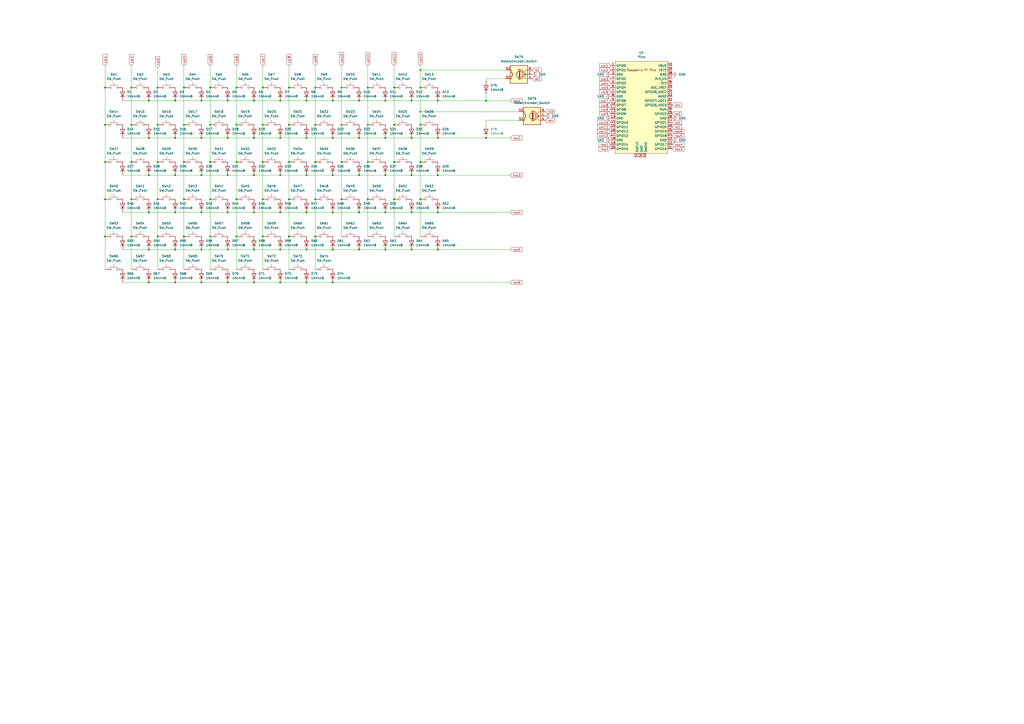
<source format=kicad_sch>
(kicad_sch (version 20250114) (generator "eeschema") (generator_version "9.0")
  (paper "A2")
  (junction (at 213.36 93.98))
  (junction (at 243.84 115.57))
  (junction (at 213.36 50.8))
  (junction (at 223.52 58.42))
  (junction (at 101.6 163.83))
  (junction (at 243.84 40.64))
  (junction (at 281.94 80.01))
  (junction (at 60.96 93.98))
  (junction (at 101.6 101.6))
  (junction (at 177.8 58.42))
  (junction (at 177.8 101.6))
  (junction (at 60.96 115.57))
  (junction (at 116.84 144.78))
  (junction (at 254 123.19))
  (junction (at 147.32 163.83))
  (junction (at 281.94 58.42))
  (junction (at 254 101.6))
  (junction (at 182.88 93.98))
  (junction (at 86.36 58.42))
  (junction (at 106.68 115.57))
  (junction (at 116.84 80.01))
  (junction (at 91.44 93.98))
  (junction (at 132.08 144.78))
  (junction (at 116.84 101.6))
  (junction (at 147.32 58.42))
  (junction (at 182.88 50.8))
  (junction (at 147.32 80.01))
  (junction (at 121.92 50.8))
  (junction (at 101.6 123.19))
  (junction (at 167.64 72.39))
  (junction (at 106.68 50.8))
  (junction (at 86.36 101.6))
  (junction (at 177.8 80.01))
  (junction (at 132.08 101.6))
  (junction (at 238.76 101.6))
  (junction (at 137.16 93.98))
  (junction (at 223.52 144.78))
  (junction (at 162.56 163.83))
  (junction (at 101.6 144.78))
  (junction (at 254 80.01))
  (junction (at 228.6 115.57))
  (junction (at 198.12 50.8))
  (junction (at 167.64 50.8))
  (junction (at 132.08 80.01))
  (junction (at 137.16 115.57))
  (junction (at 152.4 72.39))
  (junction (at 228.6 72.39))
  (junction (at 167.64 115.57))
  (junction (at 238.76 123.19))
  (junction (at 193.04 123.19))
  (junction (at 238.76 80.01))
  (junction (at 76.2 50.8))
  (junction (at 86.36 80.01))
  (junction (at 193.04 101.6))
  (junction (at 137.16 72.39))
  (junction (at 137.16 137.16))
  (junction (at 60.96 72.39))
  (junction (at 238.76 58.42))
  (junction (at 116.84 123.19))
  (junction (at 132.08 123.19))
  (junction (at 243.84 72.39))
  (junction (at 86.36 144.78))
  (junction (at 106.68 137.16))
  (junction (at 193.04 58.42))
  (junction (at 147.32 144.78))
  (junction (at 198.12 115.57))
  (junction (at 198.12 93.98))
  (junction (at 182.88 115.57))
  (junction (at 116.84 58.42))
  (junction (at 86.36 123.19))
  (junction (at 60.96 50.8))
  (junction (at 106.68 93.98))
  (junction (at 101.6 58.42))
  (junction (at 223.52 123.19))
  (junction (at 60.96 137.16))
  (junction (at 152.4 115.57))
  (junction (at 152.4 50.8))
  (junction (at 116.84 163.83))
  (junction (at 86.36 163.83))
  (junction (at 121.92 72.39))
  (junction (at 132.08 163.83))
  (junction (at 132.08 58.42))
  (junction (at 243.84 50.8))
  (junction (at 177.8 123.19))
  (junction (at 208.28 123.19))
  (junction (at 193.04 80.01))
  (junction (at 193.04 144.78))
  (junction (at 208.28 58.42))
  (junction (at 121.92 93.98))
  (junction (at 106.68 72.39))
  (junction (at 91.44 72.39))
  (junction (at 152.4 137.16))
  (junction (at 254 144.78))
  (junction (at 152.4 93.98))
  (junction (at 243.84 64.77))
  (junction (at 223.52 101.6))
  (junction (at 177.8 144.78))
  (junction (at 167.64 137.16))
  (junction (at 76.2 115.57))
  (junction (at 162.56 58.42))
  (junction (at 193.04 163.83))
  (junction (at 213.36 115.57))
  (junction (at 208.28 144.78))
  (junction (at 208.28 101.6))
  (junction (at 167.64 93.98))
  (junction (at 213.36 72.39))
  (junction (at 91.44 137.16))
  (junction (at 228.6 93.98))
  (junction (at 91.44 50.8))
  (junction (at 101.6 80.01))
  (junction (at 121.92 115.57))
  (junction (at 121.92 137.16))
  (junction (at 162.56 144.78))
  (junction (at 137.16 50.8))
  (junction (at 162.56 123.19))
  (junction (at 238.76 144.78))
  (junction (at 162.56 101.6))
  (junction (at 182.88 72.39))
  (junction (at 147.32 101.6))
  (junction (at 91.44 115.57))
  (junction (at 254 58.42))
  (junction (at 76.2 93.98))
  (junction (at 76.2 72.39))
  (junction (at 243.84 93.98))
  (junction (at 177.8 163.83))
  (junction (at 147.32 123.19))
  (junction (at 76.2 137.16))
  (junction (at 198.12 72.39))
  (junction (at 223.52 80.01))
  (junction (at 182.88 137.16))
  (junction (at 208.28 80.01))
  (junction (at 162.56 80.01))
  (junction (at 228.6 50.8))
  (wire (pts (xy 281.94 80.01) (xy 295.91 80.01)))
  (wire (pts (xy 193.04 101.6) (xy 208.28 101.6)))
  (wire (pts (xy 228.6 50.8) (xy 228.6 72.39)))
  (wire (pts (xy 106.68 50.8) (xy 106.68 72.39)))
  (wire (pts (xy 106.68 137.16) (xy 106.68 156.21)))
  (wire (pts (xy 116.84 144.78) (xy 132.08 144.78)))
  (wire (pts (xy 137.16 93.98) (xy 137.16 115.57)))
  (wire (pts (xy 228.6 72.39) (xy 228.6 93.98)))
  (wire (pts (xy 177.8 144.78) (xy 193.04 144.78)))
  (wire (pts (xy 254 144.78) (xy 295.91 144.78)))
  (wire (pts (xy 106.68 38.1) (xy 106.68 50.8)))
  (wire (pts (xy 147.32 163.83) (xy 162.56 163.83)))
  (wire (pts (xy 91.44 93.98) (xy 91.44 115.57)))
  (wire (pts (xy 152.4 137.16) (xy 152.4 156.21)))
  (wire (pts (xy 86.36 80.01) (xy 101.6 80.01)))
  (wire (pts (xy 116.84 163.83) (xy 132.08 163.83)))
  (wire (pts (xy 121.92 137.16) (xy 121.92 156.21)))
  (wire (pts (xy 137.16 137.16) (xy 137.16 156.21)))
  (wire (pts (xy 132.08 144.78) (xy 147.32 144.78)))
  (wire (pts (xy 60.96 115.57) (xy 60.96 137.16)))
  (wire (pts (xy 208.28 80.01) (xy 223.52 80.01)))
  (wire (pts (xy 116.84 80.01) (xy 132.08 80.01)))
  (wire (pts (xy 60.96 93.98) (xy 60.96 115.57)))
  (wire (pts (xy 71.12 163.83) (xy 86.36 163.83)))
  (wire (pts (xy 76.2 137.16) (xy 76.2 156.21)))
  (wire (pts (xy 60.96 137.16) (xy 60.96 156.21)))
  (wire (pts (xy 76.2 93.98) (xy 76.2 115.57)))
  (wire (pts (xy 86.36 163.83) (xy 101.6 163.83)))
  (wire (pts (xy 213.36 38.1) (xy 213.36 50.8)))
  (wire (pts (xy 177.8 58.42) (xy 193.04 58.42)))
  (wire (pts (xy 121.92 115.57) (xy 121.92 137.16)))
  (wire (pts (xy 177.8 123.19) (xy 193.04 123.19)))
  (wire (pts (xy 193.04 58.42) (xy 208.28 58.42)))
  (wire (pts (xy 101.6 58.42) (xy 116.84 58.42)))
  (wire (pts (xy 152.4 115.57) (xy 152.4 137.16)))
  (wire (pts (xy 147.32 144.78) (xy 162.56 144.78)))
  (wire (pts (xy 162.56 58.42) (xy 177.8 58.42)))
  (wire (pts (xy 243.84 93.98) (xy 243.84 115.57)))
  (wire (pts (xy 198.12 38.1) (xy 198.12 50.8)))
  (wire (pts (xy 162.56 101.6) (xy 177.8 101.6)))
  (wire (pts (xy 91.44 137.16) (xy 91.44 156.21)))
  (wire (pts (xy 91.44 39.37) (xy 91.44 50.8)))
  (wire (pts (xy 198.12 72.39) (xy 198.12 93.98)))
  (wire (pts (xy 208.28 144.78) (xy 223.52 144.78)))
  (wire (pts (xy 213.36 50.8) (xy 213.36 72.39)))
  (wire (pts (xy 177.8 101.6) (xy 193.04 101.6)))
  (wire (pts (xy 121.92 38.1) (xy 121.92 50.8)))
  (wire (pts (xy 167.64 38.1) (xy 167.64 50.8)))
  (wire (pts (xy 177.8 163.83) (xy 193.04 163.83)))
  (wire (pts (xy 162.56 80.01) (xy 177.8 80.01)))
  (wire (pts (xy 147.32 101.6) (xy 162.56 101.6)))
  (wire (pts (xy 162.56 163.83) (xy 177.8 163.83)))
  (wire (pts (xy 223.52 144.78) (xy 238.76 144.78)))
  (wire (pts (xy 228.6 115.57) (xy 228.6 137.16)))
  (wire (pts (xy 281.94 45.72) (xy 281.94 46.99)))
  (wire (pts (xy 106.68 93.98) (xy 106.68 115.57)))
  (wire (pts (xy 91.44 72.39) (xy 91.44 93.98)))
  (wire (pts (xy 228.6 93.98) (xy 228.6 115.57)))
  (wire (pts (xy 254 123.19) (xy 295.91 123.19)))
  (wire (pts (xy 167.64 93.98) (xy 167.64 115.57)))
  (wire (pts (xy 132.08 101.6) (xy 147.32 101.6)))
  (wire (pts (xy 152.4 38.1) (xy 152.4 50.8)))
  (wire (pts (xy 101.6 101.6) (xy 116.84 101.6)))
  (wire (pts (xy 116.84 101.6) (xy 132.08 101.6)))
  (wire (pts (xy 208.28 123.19) (xy 223.52 123.19)))
  (wire (pts (xy 60.96 72.39) (xy 60.96 93.98)))
  (wire (pts (xy 162.56 123.19) (xy 177.8 123.19)))
  (wire (pts (xy 243.84 50.8) (xy 243.84 64.77)))
  (wire (pts (xy 167.64 137.16) (xy 167.64 156.21)))
  (wire (pts (xy 228.6 38.1) (xy 228.6 50.8)))
  (wire (pts (xy 86.36 58.42) (xy 101.6 58.42)))
  (wire (pts (xy 76.2 38.1) (xy 76.2 50.8)))
  (wire (pts (xy 147.32 80.01) (xy 162.56 80.01)))
  (wire (pts (xy 86.36 123.19) (xy 101.6 123.19)))
  (wire (pts (xy 116.84 123.19) (xy 132.08 123.19)))
  (wire (pts (xy 238.76 123.19) (xy 254 123.19)))
  (wire (pts (xy 86.36 144.78) (xy 101.6 144.78)))
  (wire (pts (xy 254 58.42) (xy 281.94 58.42)))
  (wire (pts (xy 254 101.6) (xy 295.91 101.6)))
  (wire (pts (xy 132.08 163.83) (xy 147.32 163.83)))
  (wire (pts (xy 137.16 115.57) (xy 137.16 137.16)))
  (wire (pts (xy 71.12 123.19) (xy 86.36 123.19)))
  (wire (pts (xy 121.92 72.39) (xy 121.92 93.98)))
  (wire (pts (xy 208.28 58.42) (xy 223.52 58.42)))
  (wire (pts (xy 60.96 38.1) (xy 60.96 50.8)))
  (wire (pts (xy 243.84 72.39) (xy 243.84 93.98)))
  (wire (pts (xy 243.84 40.64) (xy 243.84 50.8)))
  (wire (pts (xy 177.8 80.01) (xy 193.04 80.01)))
  (wire (pts (xy 213.36 93.98) (xy 213.36 115.57)))
  (wire (pts (xy 116.84 58.42) (xy 132.08 58.42)))
  (wire (pts (xy 243.84 64.77) (xy 300.99 64.77)))
  (wire (pts (xy 281.94 54.61) (xy 281.94 58.42)))
  (wire (pts (xy 182.88 137.16) (xy 182.88 156.21)))
  (wire (pts (xy 137.16 72.39) (xy 137.16 93.98)))
  (wire (pts (xy 193.04 163.83) (xy 295.91 163.83)))
  (wire (pts (xy 213.36 115.57) (xy 213.36 137.16)))
  (wire (pts (xy 223.52 58.42) (xy 238.76 58.42)))
  (wire (pts (xy 223.52 101.6) (xy 238.76 101.6)))
  (wire (pts (xy 101.6 163.83) (xy 116.84 163.83)))
  (wire (pts (xy 121.92 93.98) (xy 121.92 115.57)))
  (wire (pts (xy 76.2 50.8) (xy 76.2 72.39)))
  (wire (pts (xy 198.12 50.8) (xy 198.12 72.39)))
  (wire (pts (xy 106.68 115.57) (xy 106.68 137.16)))
  (wire (pts (xy 223.52 123.19) (xy 238.76 123.19)))
  (wire (pts (xy 60.96 50.8) (xy 60.96 72.39)))
  (wire (pts (xy 243.84 40.64) (xy 293.37 40.64)))
  (wire (pts (xy 152.4 72.39) (xy 152.4 93.98)))
  (wire (pts (xy 213.36 72.39) (xy 213.36 93.98)))
  (wire (pts (xy 121.92 50.8) (xy 121.92 72.39)))
  (wire (pts (xy 182.88 38.1) (xy 182.88 50.8)))
  (wire (pts (xy 167.64 115.57) (xy 167.64 137.16)))
  (wire (pts (xy 152.4 93.98) (xy 152.4 115.57)))
  (wire (pts (xy 86.36 101.6) (xy 101.6 101.6)))
  (wire (pts (xy 238.76 80.01) (xy 254 80.01)))
  (wire (pts (xy 91.44 50.8) (xy 91.44 72.39)))
  (wire (pts (xy 300.99 69.85) (xy 281.94 69.85)))
  (wire (pts (xy 71.12 144.78) (xy 86.36 144.78)))
  (wire (pts (xy 147.32 58.42) (xy 162.56 58.42)))
  (wire (pts (xy 243.84 64.77) (xy 243.84 72.39)))
  (wire (pts (xy 254 80.01) (xy 281.94 80.01)))
  (wire (pts (xy 243.84 115.57) (xy 243.84 137.16)))
  (wire (pts (xy 147.32 123.19) (xy 162.56 123.19)))
  (wire (pts (xy 238.76 101.6) (xy 254 101.6)))
  (wire (pts (xy 132.08 80.01) (xy 147.32 80.01)))
  (wire (pts (xy 71.12 80.01) (xy 86.36 80.01)))
  (wire (pts (xy 193.04 123.19) (xy 208.28 123.19)))
  (wire (pts (xy 137.16 38.1) (xy 137.16 50.8)))
  (wire (pts (xy 71.12 58.42) (xy 86.36 58.42)))
  (wire (pts (xy 101.6 144.78) (xy 116.84 144.78)))
  (wire (pts (xy 132.08 58.42) (xy 147.32 58.42)))
  (wire (pts (xy 193.04 80.01) (xy 208.28 80.01)))
  (wire (pts (xy 198.12 93.98) (xy 198.12 115.57)))
  (wire (pts (xy 182.88 115.57) (xy 182.88 137.16)))
  (wire (pts (xy 132.08 123.19) (xy 147.32 123.19)))
  (wire (pts (xy 223.52 80.01) (xy 238.76 80.01)))
  (wire (pts (xy 281.94 69.85) (xy 281.94 72.39)))
  (wire (pts (xy 76.2 72.39) (xy 76.2 93.98)))
  (wire (pts (xy 71.12 101.6) (xy 86.36 101.6)))
  (wire (pts (xy 137.16 50.8) (xy 137.16 72.39)))
  (wire (pts (xy 238.76 144.78) (xy 254 144.78)))
  (wire (pts (xy 91.44 115.57) (xy 91.44 137.16)))
  (wire (pts (xy 182.88 50.8) (xy 182.88 72.39)))
  (wire (pts (xy 281.94 58.42) (xy 295.91 58.42)))
  (wire (pts (xy 243.84 38.1) (xy 243.84 40.64)))
  (wire (pts (xy 208.28 101.6) (xy 223.52 101.6)))
  (wire (pts (xy 238.76 58.42) (xy 254 58.42)))
  (wire (pts (xy 182.88 72.39) (xy 182.88 93.98)))
  (wire (pts (xy 76.2 115.57) (xy 76.2 137.16)))
  (wire (pts (xy 193.04 144.78) (xy 208.28 144.78)))
  (wire (pts (xy 162.56 144.78) (xy 177.8 144.78)))
  (wire (pts (xy 101.6 80.01) (xy 116.84 80.01)))
  (wire (pts (xy 198.12 115.57) (xy 198.12 137.16)))
  (wire (pts (xy 152.4 50.8) (xy 152.4 72.39)))
  (wire (pts (xy 101.6 123.19) (xy 116.84 123.19)))
  (wire (pts (xy 167.64 50.8) (xy 167.64 72.39)))
  (wire (pts (xy 182.88 93.98) (xy 182.88 115.57)))
  (wire (pts (xy 167.64 72.39) (xy 167.64 93.98)))
  (wire (pts (xy 106.68 72.39) (xy 106.68 93.98)))
  (wire (pts (xy 293.37 45.72) (xy 281.94 45.72)))
  (global_label "row6" (shape input) (at 389.89 76.2 0) (property "Intersheetrefs" "${INTERSHEET_REFS}" (effects (hide yes))))
  (global_label "row3" (shape input) (at 295.91 101.6 0) (property "Intersheetrefs" "${INTERSHEET_REFS}" (effects (hide yes))))
  (global_label "row5" (shape input) (at 295.91 144.78 0) (property "Intersheetrefs" "${INTERSHEET_REFS}" (effects (hide yes))))
  (global_label "row5" (shape input) (at 389.89 78.74 0) (property "Intersheetrefs" "${INTERSHEET_REFS}" (effects (hide yes))))
  (global_label "re1" (shape input) (at 389.89 73.66 0) (property "Intersheetrefs" "${INTERSHEET_REFS}" (effects (hide yes))))
  (global_label "col5" (shape input) (at 121.92 38.1 90) (property "Intersheetrefs" "${INTERSHEET_REFS}" (effects (hide yes))))
  (global_label "re4" (shape input) (at 316.23 69.85 0) (property "Intersheetrefs" "${INTERSHEET_REFS}" (effects (hide yes))))
  (global_label "col12" (shape input) (at 228.6 38.1 90) (property "Intersheetrefs" "${INTERSHEET_REFS}" (effects (hide yes))))
  (global_label "col10" (shape input) (at 198.12 38.1 90) (property "Intersheetrefs" "${INTERSHEET_REFS}" (effects (hide yes))))
  (global_label "re1" (shape input) (at 308.61 40.64 0) (property "Intersheetrefs" "${INTERSHEET_REFS}" (effects (hide yes))))
  (global_label "row4" (shape input) (at 295.91 123.19 0) (property "Intersheetrefs" "${INTERSHEET_REFS}" (effects (hide yes))))
  (global_label "col13" (shape input) (at 243.84 38.1 90) (property "Intersheetrefs" "${INTERSHEET_REFS}" (effects (hide yes))))
  (global_label "col6" (shape input) (at 137.16 38.1 90) (property "Intersheetrefs" "${INTERSHEET_REFS}" (effects (hide yes))))
  (global_label "col11" (shape input) (at 354.33 73.66 180) (property "Intersheetrefs" "${INTERSHEET_REFS}" (effects (hide yes))))
  (global_label "row1" (shape input) (at 354.33 83.82 180) (property "Intersheetrefs" "${INTERSHEET_REFS}" (effects (hide yes))))
  (global_label "re2" (shape input) (at 389.89 71.12 0) (property "Intersheetrefs" "${INTERSHEET_REFS}" (effects (hide yes))))
  (global_label "col12" (shape input) (at 354.33 76.2 180) (property "Intersheetrefs" "${INTERSHEET_REFS}" (effects (hide yes))))
  (global_label "col1" (shape input) (at 60.96 38.1 90) (property "Intersheetrefs" "${INTERSHEET_REFS}" (effects (hide yes))))
  (global_label "col10" (shape input) (at 354.33 71.12 180) (property "Intersheetrefs" "${INTERSHEET_REFS}" (effects (hide yes))))
  (global_label "col7" (shape input) (at 354.33 58.42 180) (property "Intersheetrefs" "${INTERSHEET_REFS}" (effects (hide yes))))
  (global_label "col11" (shape input) (at 213.36 38.1 90) (property "Intersheetrefs" "${INTERSHEET_REFS}" (effects (hide yes))))
  (global_label "row3" (shape input) (at 389.89 86.36 0) (property "Intersheetrefs" "${INTERSHEET_REFS}" (effects (hide yes))))
  (global_label "col6" (shape input) (at 354.33 53.34 180) (property "Intersheetrefs" "${INTERSHEET_REFS}" (effects (hide yes))))
  (global_label "col4" (shape input) (at 354.33 48.26 180) (property "Intersheetrefs" "${INTERSHEET_REFS}" (effects (hide yes))))
  (global_label "re3" (shape input) (at 389.89 66.04 0) (property "Intersheetrefs" "${INTERSHEET_REFS}" (effects (hide yes))))
  (global_label "row1" (shape input) (at 295.91 58.42 0) (property "Intersheetrefs" "${INTERSHEET_REFS}" (effects (hide yes))))
  (global_label "row2" (shape input) (at 295.91 80.01 0) (property "Intersheetrefs" "${INTERSHEET_REFS}" (effects (hide yes))))
  (global_label "re4" (shape input) (at 389.89 60.96 0) (property "Intersheetrefs" "${INTERSHEET_REFS}" (effects (hide yes))))
  (global_label "row6" (shape input) (at 295.91 163.83 0) (property "Intersheetrefs" "${INTERSHEET_REFS}" (effects (hide yes))))
  (global_label "col8" (shape input) (at 354.33 60.96 180) (property "Intersheetrefs" "${INTERSHEET_REFS}" (effects (hide yes))))
  (global_label "re3" (shape input) (at 316.23 64.77 0) (property "Intersheetrefs" "${INTERSHEET_REFS}" (effects (hide yes))))
  (global_label "re2" (shape input) (at 308.61 45.72 0) (property "Intersheetrefs" "${INTERSHEET_REFS}" (effects (hide yes))))
  (global_label "col8" (shape input) (at 167.64 38.1 90) (property "Intersheetrefs" "${INTERSHEET_REFS}" (effects (hide yes))))
  (global_label "col1" (shape input) (at 354.33 38.1 180) (property "Intersheetrefs" "${INTERSHEET_REFS}" (effects (hide yes))))
  (global_label "row2" (shape input) (at 354.33 86.36 180) (property "Intersheetrefs" "${INTERSHEET_REFS}" (effects (hide yes))))
  (global_label "row4" (shape input) (at 389.89 83.82 0) (property "Intersheetrefs" "${INTERSHEET_REFS}" (effects (hide yes))))
  (global_label "col9" (shape input) (at 354.33 66.04 180) (property "Intersheetrefs" "${INTERSHEET_REFS}" (effects (hide yes))))
  (global_label "col9" (shape input) (at 354.33 63.5 180) (property "Intersheetrefs" "${INTERSHEET_REFS}" (effects (hide yes))))
  (global_label "col5" (shape input) (at 354.33 50.8 180) (property "Intersheetrefs" "${INTERSHEET_REFS}" (effects (hide yes))))
  (global_label "col2" (shape input) (at 354.33 40.64 180) (property "Intersheetrefs" "${INTERSHEET_REFS}" (effects (hide yes))))
  (global_label "col1" (shape input) (at 76.2 38.1 90) (property "Intersheetrefs" "${INTERSHEET_REFS}" (effects (hide yes))))
  (global_label "col3" (shape input) (at 354.33 45.72 180) (property "Intersheetrefs" "${INTERSHEET_REFS}" (effects (hide yes))))
  (global_label "col9" (shape input) (at 182.88 38.1 90) (property "Intersheetrefs" "${INTERSHEET_REFS}" (effects (hide yes))))
  (global_label "col13" (shape input) (at 354.33 78.74 180) (property "Intersheetrefs" "${INTERSHEET_REFS}" (effects (hide yes))))
  (global_label "col4" (shape input) (at 106.68 38.1 90) (effects (font (thickness 0.1588))) (property "Intersheetrefs" "${INTERSHEET_REFS}" (effects (hide yes))))
  (global_label "col3" (shape input) (at 91.44 39.37 90) (property "Intersheetrefs" "${INTERSHEET_REFS}" (effects (hide yes))))
  (global_label "col7" (shape input) (at 152.4 38.1 90) (property "Intersheetrefs" "${INTERSHEET_REFS}" (effects (hide yes))))
  (symbol (lib_id "Diode:1N4448") (at 162.56 54.61 90) (unit 1)
    (property "Reference" "D7" (at 165.1 53.3399 90) (effects (justify right)))
    (property "Value" "1N4448" (at 165.1 55.8799 90) (effects (justify right)))
    (property "Footprint" "Diode_THT:D_DO-35_SOD27_P7.62mm_Horizontal" (effects (hide yes)))
    (property "Datasheet" "https://assets.nexperia.com/documents/data-sheet/1N4148_1N4448.pdf" (effects (hide yes)))
    (property "Description" "100V 0.15A High-speed standard diode, DO-35" (effects (hide yes)))
    (property "Sim.Device" "D" (effects (hide yes)))
    (property "Sim.Pins" "1=K 2=A" (effects (hide yes)))
  )
  (symbol (lib_id "Switch:SW_Push") (at 218.44 50.8 0) (unit 1)
    (property "Reference" "SW11" (at 218.44 43.18 0))
    (property "Value" "SW_Push" (at 218.44 45.72 0))
    (property "Footprint" "Button_Switch_Keyboard:SW_Cherry_MX_1.00u_PCB" (effects (hide yes)))
    (property "Description" "Push button switch, generic, two pins" (effects (hide yes)))
  )
  (symbol (lib_id "Switch:SW_Push") (at 142.24 72.39 0) (unit 1)
    (property "Reference" "SW19" (at 142.24 64.77 0))
    (property "Value" "SW_Push" (at 142.24 67.31 0))
    (property "Footprint" "Button_Switch_Keyboard:SW_Cherry_MX_1.00u_PCB" (effects (hide yes)))
    (property "Description" "Push button switch, generic, two pins" (effects (hide yes)))
  )
  (symbol (lib_id "Switch:SW_Push") (at 203.2 72.39 0) (unit 1)
    (property "Reference" "SW23" (at 203.2 64.77 0))
    (property "Value" "SW_Push" (at 203.2 67.31 0))
    (property "Footprint" "Button_Switch_Keyboard:SW_Cherry_MX_1.00u_PCB" (effects (hide yes)))
    (property "Description" "Push button switch, generic, two pins" (effects (hide yes)))
  )
  (symbol (lib_id "Switch:SW_Push") (at 203.2 50.8 0) (unit 1)
    (property "Reference" "SW10" (at 203.2 43.18 0))
    (property "Value" "SW_Push" (at 203.2 45.72 0))
    (property "Footprint" "Button_Switch_Keyboard:SW_Cherry_MX_1.00u_PCB" (effects (hide yes)))
    (property "Description" "Push button switch, generic, two pins" (effects (hide yes)))
  )
  (symbol (lib_id "Diode:1N4448") (at 208.28 97.79 90) (unit 1)
    (property "Reference" "D36" (at 210.82 96.5199 90) (effects (justify right)))
    (property "Value" "1N4448" (at 210.82 99.0599 90) (effects (justify right)))
    (property "Footprint" "Diode_THT:D_DO-35_SOD27_P7.62mm_Horizontal" (effects (hide yes)))
    (property "Datasheet" "https://assets.nexperia.com/documents/data-sheet/1N4148_1N4448.pdf" (effects (hide yes)))
    (property "Description" "100V 0.15A High-speed standard diode, DO-35" (effects (hide yes)))
    (property "Sim.Device" "D" (effects (hide yes)))
    (property "Sim.Pins" "1=K 2=A" (effects (hide yes)))
  )
  (symbol (lib_id "Diode:1N4448") (at 254 76.2 90) (unit 1)
    (property "Reference" "D26" (at 256.54 74.9299 90) (effects (justify right)))
    (property "Value" "1N4448" (at 256.54 77.4699 90) (effects (justify right)))
    (property "Footprint" "Diode_THT:D_DO-35_SOD27_P7.62mm_Horizontal" (effects (hide yes)))
    (property "Datasheet" "https://assets.nexperia.com/documents/data-sheet/1N4148_1N4448.pdf" (effects (hide yes)))
    (property "Description" "100V 0.15A High-speed standard diode, DO-35" (effects (hide yes)))
    (property "Sim.Device" "D" (effects (hide yes)))
    (property "Sim.Pins" "1=K 2=A" (effects (hide yes)))
  )
  (symbol (lib_id "Diode:1N4448") (at 132.08 119.38 90) (unit 1)
    (property "Reference" "D44" (at 134.62 118.1099 90) (effects (justify right)))
    (property "Value" "1N4448" (at 134.62 120.6499 90) (effects (justify right)))
    (property "Footprint" "Diode_THT:D_DO-35_SOD27_P7.62mm_Horizontal" (effects (hide yes)))
    (property "Datasheet" "https://assets.nexperia.com/documents/data-sheet/1N4148_1N4448.pdf" (effects (hide yes)))
    (property "Description" "100V 0.15A High-speed standard diode, DO-35" (effects (hide yes)))
    (property "Sim.Device" "D" (effects (hide yes)))
    (property "Sim.Pins" "1=K 2=A" (effects (hide yes)))
  )
  (symbol (lib_id "Switch:SW_Push") (at 233.68 137.16 0) (unit 1)
    (property "Reference" "SW64" (at 233.68 129.54 0))
    (property "Value" "SW_Push" (at 233.68 132.08 0))
    (property "Footprint" "Button_Switch_Keyboard:SW_Cherry_MX_1.00u_PCB" (effects (hide yes)))
    (property "Description" "Push button switch, generic, two pins" (effects (hide yes)))
  )
  (symbol (lib_id "Device:RotaryEncoder_Switch") (at 300.99 43.18 180) (unit 1)
    (property "Reference" "SW75" (at 300.99 33.02 0))
    (property "Value" "RotaryEncoder_Switch" (at 300.99 35.56 0))
    (property "Footprint" "Rotary_Encoder:RotaryEncoder_Alps_EC11E-Switch_Vertical_H20mm_CircularMountingHoles" (effects (hide yes)))
    (property "Description" "Rotary encoder, dual channel, incremental quadrate outputs, with switch" (effects (hide yes)))
  )
  (symbol (lib_id "Switch:SW_Push") (at 66.04 115.57 0) (unit 1)
    (property "Reference" "SW40" (at 66.04 107.95 0))
    (property "Value" "SW_Push" (at 66.04 110.49 0))
    (property "Footprint" "Button_Switch_Keyboard:SW_Cherry_MX_1.00u_PCB" (effects (hide yes)))
    (property "Description" "Push button switch, generic, two pins" (effects (hide yes)))
  )
  (symbol (lib_id "Diode:1N4448") (at 101.6 119.38 90) (unit 1)
    (property "Reference" "D42" (at 104.14 118.1099 90) (effects (justify right)))
    (property "Value" "1N4448" (at 104.14 120.6499 90) (effects (justify right)))
    (property "Footprint" "Diode_THT:D_DO-35_SOD27_P7.62mm_Horizontal" (effects (hide yes)))
    (property "Datasheet" "https://assets.nexperia.com/documents/data-sheet/1N4148_1N4448.pdf" (effects (hide yes)))
    (property "Description" "100V 0.15A High-speed standard diode, DO-35" (effects (hide yes)))
    (property "Sim.Device" "D" (effects (hide yes)))
    (property "Sim.Pins" "1=K 2=A" (effects (hide yes)))
  )
  (symbol (lib_id "Diode:1N4448") (at 238.76 54.61 90) (unit 1)
    (property "Reference" "D12" (at 241.3 53.3399 90) (effects (justify right)))
    (property "Value" "1N4448" (at 241.3 55.8799 90) (effects (justify right)))
    (property "Footprint" "Diode_THT:D_DO-35_SOD27_P7.62mm_Horizontal" (effects (hide yes)))
    (property "Datasheet" "https://assets.nexperia.com/documents/data-sheet/1N4148_1N4448.pdf" (effects (hide yes)))
    (property "Description" "100V 0.15A High-speed standard diode, DO-35" (effects (hide yes)))
    (property "Sim.Device" "D" (effects (hide yes)))
    (property "Sim.Pins" "1=K 2=A" (effects (hide yes)))
  )
  (symbol (lib_id "Diode:1N4448") (at 238.76 97.79 90) (unit 1)
    (property "Reference" "D38" (at 241.3 96.5199 90) (effects (justify right)))
    (property "Value" "1N4448" (at 241.3 99.0599 90) (effects (justify right)))
    (property "Footprint" "Diode_THT:D_DO-35_SOD27_P7.62mm_Horizontal" (effects (hide yes)))
    (property "Datasheet" "https://assets.nexperia.com/documents/data-sheet/1N4148_1N4448.pdf" (effects (hide yes)))
    (property "Description" "100V 0.15A High-speed standard diode, DO-35" (effects (hide yes)))
    (property "Sim.Device" "D" (effects (hide yes)))
    (property "Sim.Pins" "1=K 2=A" (effects (hide yes)))
  )
  (symbol (lib_id "power:GND") (at 354.33 68.58 270) (unit 1)
    (property "Reference" "#PWR04" (effects (hide yes)))
    (property "Value" "GND" (at 350.52 68.5799 90) (effects (justify right)))
    (property "Description" "Power symbol creates a global label with name \"GND\" , ground" (effects (hide yes)))
  )
  (symbol (lib_id "Diode:1N4448") (at 132.08 76.2 90) (unit 1)
    (property "Reference" "D18" (at 134.62 74.9299 90) (effects (justify right)))
    (property "Value" "1N4448" (at 134.62 77.4699 90) (effects (justify right)))
    (property "Footprint" "Diode_THT:D_DO-35_SOD27_P7.62mm_Horizontal" (effects (hide yes)))
    (property "Datasheet" "https://assets.nexperia.com/documents/data-sheet/1N4148_1N4448.pdf" (effects (hide yes)))
    (property "Description" "100V 0.15A High-speed standard diode, DO-35" (effects (hide yes)))
    (property "Sim.Device" "D" (effects (hide yes)))
    (property "Sim.Pins" "1=K 2=A" (effects (hide yes)))
  )
  (symbol (lib_id "Switch:SW_Push") (at 66.04 72.39 0) (unit 1)
    (property "Reference" "SW14" (at 66.04 64.77 0))
    (property "Value" "SW_Push" (at 66.04 67.31 0))
    (property "Footprint" "Button_Switch_Keyboard:SW_Cherry_MX_1.00u_PCB" (effects (hide yes)))
    (property "Description" "Push button switch, generic, two pins" (effects (hide yes)))
  )
  (symbol (lib_id "Switch:SW_Push") (at 96.52 156.21 0) (unit 1)
    (property "Reference" "SW68" (at 96.52 148.59 0))
    (property "Value" "SW_Push" (at 96.52 151.13 0))
    (property "Footprint" "Button_Switch_Keyboard:SW_Cherry_MX_1.25u_PCB" (effects (hide yes)))
    (property "Description" "Push button switch, generic, two pins" (effects (hide yes)))
  )
  (symbol (lib_id "Diode:1N4448") (at 147.32 76.2 90) (unit 1)
    (property "Reference" "D19" (at 149.86 74.9299 90) (effects (justify right)))
    (property "Value" "1N4448" (at 149.86 77.4699 90) (effects (justify right)))
    (property "Footprint" "Diode_THT:D_DO-35_SOD27_P7.62mm_Horizontal" (effects (hide yes)))
    (property "Datasheet" "https://assets.nexperia.com/documents/data-sheet/1N4148_1N4448.pdf" (effects (hide yes)))
    (property "Description" "100V 0.15A High-speed standard diode, DO-35" (effects (hide yes)))
    (property "Sim.Device" "D" (effects (hide yes)))
    (property "Sim.Pins" "1=K 2=A" (effects (hide yes)))
  )
  (symbol (lib_id "Switch:SW_Push") (at 157.48 93.98 0) (unit 1)
    (property "Reference" "SW33" (at 157.48 86.36 0))
    (property "Value" "SW_Push" (at 157.48 88.9 0))
    (property "Footprint" "Button_Switch_Keyboard:SW_Cherry_MX_1.00u_PCB" (effects (hide yes)))
    (property "Description" "Push button switch, generic, two pins" (effects (hide yes)))
  )
  (symbol (lib_id "Switch:SW_Push") (at 142.24 50.8 0) (unit 1)
    (property "Reference" "SW6" (at 142.24 43.18 0))
    (property "Value" "SW_Push" (at 142.24 45.72 0))
    (property "Footprint" "Button_Switch_Keyboard:SW_Cherry_MX_1.00u_PCB" (effects (hide yes)))
    (property "Description" "Push button switch, generic, two pins" (effects (hide yes)))
  )
  (symbol (lib_id "Diode:1N4448") (at 71.12 119.38 90) (unit 1)
    (property "Reference" "D40" (at 73.66 118.1099 90) (effects (justify right)))
    (property "Value" "1N4448" (at 73.66 120.6499 90) (effects (justify right)))
    (property "Footprint" "Diode_THT:D_DO-35_SOD27_P7.62mm_Horizontal" (effects (hide yes)))
    (property "Datasheet" "https://assets.nexperia.com/documents/data-sheet/1N4148_1N4448.pdf" (effects (hide yes)))
    (property "Description" "100V 0.15A High-speed standard diode, DO-35" (effects (hide yes)))
    (property "Sim.Device" "D" (effects (hide yes)))
    (property "Sim.Pins" "1=K 2=A" (effects (hide yes)))
  )
  (symbol (lib_id "Switch:SW_Push") (at 218.44 93.98 0) (unit 1)
    (property "Reference" "SW37" (at 218.44 86.36 0))
    (property "Value" "SW_Push" (at 218.44 88.9 0))
    (property "Footprint" "Button_Switch_Keyboard:SW_Cherry_MX_1.00u_PCB" (effects (hide yes)))
    (property "Description" "Push button switch, generic, two pins" (effects (hide yes)))
  )
  (symbol (lib_id "Diode:1N4448") (at 193.04 54.61 90) (unit 1)
    (property "Reference" "D9" (at 195.58 53.3399 90) (effects (justify right)))
    (property "Value" "1N4448" (at 195.58 55.8799 90) (effects (justify right)))
    (property "Footprint" "Diode_THT:D_DO-35_SOD27_P7.62mm_Horizontal" (effects (hide yes)))
    (property "Datasheet" "https://assets.nexperia.com/documents/data-sheet/1N4148_1N4448.pdf" (effects (hide yes)))
    (property "Description" "100V 0.15A High-speed standard diode, DO-35" (effects (hide yes)))
    (property "Sim.Device" "D" (effects (hide yes)))
    (property "Sim.Pins" "1=K 2=A" (effects (hide yes)))
  )
  (symbol (lib_id "Diode:1N4448") (at 116.84 54.61 90) (unit 1)
    (property "Reference" "D4" (at 119.38 53.3399 90) (effects (justify right)))
    (property "Value" "1N4448" (at 119.38 55.8799 90) (effects (justify right)))
    (property "Footprint" "Diode_THT:D_DO-35_SOD27_P7.62mm_Horizontal" (effects (hide yes)))
    (property "Datasheet" "https://assets.nexperia.com/documents/data-sheet/1N4148_1N4448.pdf" (effects (hide yes)))
    (property "Description" "100V 0.15A High-speed standard diode, DO-35" (effects (hide yes)))
    (property "Sim.Device" "D" (effects (hide yes)))
    (property "Sim.Pins" "1=K 2=A" (effects (hide yes)))
  )
  (symbol (lib_id "Switch:SW_Push") (at 81.28 50.8 0) (unit 1)
    (property "Reference" "SW2" (at 81.28 43.18 0))
    (property "Value" "SW_Push" (at 81.28 45.72 0))
    (property "Footprint" "Button_Switch_Keyboard:SW_Cherry_MX_1.00u_PCB" (effects (hide yes)))
    (property "Description" "Push button switch, generic, two pins" (effects (hide yes)))
  )
  (symbol (lib_id "Diode:1N4448") (at 71.12 76.2 90) (unit 1)
    (property "Reference" "D14" (at 73.66 74.9299 90) (effects (justify right)))
    (property "Value" "1N4448" (at 73.66 77.4699 90) (effects (justify right)))
    (property "Footprint" "Diode_THT:D_DO-35_SOD27_P7.62mm_Horizontal" (effects (hide yes)))
    (property "Datasheet" "https://assets.nexperia.com/documents/data-sheet/1N4148_1N4448.pdf" (effects (hide yes)))
    (property "Description" "100V 0.15A High-speed standard diode, DO-35" (effects (hide yes)))
    (property "Sim.Device" "D" (effects (hide yes)))
    (property "Sim.Pins" "1=K 2=A" (effects (hide yes)))
  )
  (symbol (lib_id "Diode:1N4448") (at 116.84 97.79 90) (unit 1)
    (property "Reference" "D30" (at 119.38 96.5199 90) (effects (justify right)))
    (property "Value" "1N4448" (at 119.38 99.0599 90) (effects (justify right)))
    (property "Footprint" "Diode_THT:D_DO-35_SOD27_P7.62mm_Horizontal" (effects (hide yes)))
    (property "Datasheet" "https://assets.nexperia.com/documents/data-sheet/1N4148_1N4448.pdf" (effects (hide yes)))
    (property "Description" "100V 0.15A High-speed standard diode, DO-35" (effects (hide yes)))
    (property "Sim.Device" "D" (effects (hide yes)))
    (property "Sim.Pins" "1=K 2=A" (effects (hide yes)))
  )
  (symbol (lib_id "Diode:1N4448") (at 223.52 119.38 90) (unit 1)
    (property "Reference" "D50" (at 226.06 118.1099 90) (effects (justify right)))
    (property "Value" "1N4448" (at 226.06 120.6499 90) (effects (justify right)))
    (property "Footprint" "Diode_THT:D_DO-35_SOD27_P7.62mm_Horizontal" (effects (hide yes)))
    (property "Datasheet" "https://assets.nexperia.com/documents/data-sheet/1N4148_1N4448.pdf" (effects (hide yes)))
    (property "Description" "100V 0.15A High-speed standard diode, DO-35" (effects (hide yes)))
    (property "Sim.Device" "D" (effects (hide yes)))
    (property "Sim.Pins" "1=K 2=A" (effects (hide yes)))
  )
  (symbol (lib_id "Device:RotaryEncoder_Switch") (at 308.61 67.31 180) (unit 1)
    (property "Reference" "SW76" (at 308.61 57.15 0))
    (property "Value" "RotaryEncoder_Switch" (at 308.61 59.69 0))
    (property "Footprint" "Rotary_Encoder:RotaryEncoder_Alps_EC11E-Switch_Vertical_H20mm_CircularMountingHoles" (effects (hide yes)))
    (property "Description" "Rotary encoder, dual channel, incremental quadrate outputs, with switch" (effects (hide yes)))
  )
  (symbol (lib_id "Diode:1N4448") (at 254 119.38 90) (unit 1)
    (property "Reference" "D52" (at 256.54 118.1099 90) (effects (justify right)))
    (property "Value" "1N4448" (at 256.54 120.6499 90) (effects (justify right)))
    (property "Footprint" "Diode_THT:D_DO-35_SOD27_P7.62mm_Horizontal" (effects (hide yes)))
    (property "Datasheet" "https://assets.nexperia.com/documents/data-sheet/1N4148_1N4448.pdf" (effects (hide yes)))
    (property "Description" "100V 0.15A High-speed standard diode, DO-35" (effects (hide yes)))
    (property "Sim.Device" "D" (effects (hide yes)))
    (property "Sim.Pins" "1=K 2=A" (effects (hide yes)))
  )
  (symbol (lib_id "Switch:SW_Push") (at 233.68 115.57 0) (unit 1)
    (property "Reference" "SW51" (at 233.68 107.95 0))
    (property "Value" "SW_Push" (at 233.68 110.49 0))
    (property "Footprint" "Button_Switch_Keyboard:SW_Cherry_MX_1.00u_PCB" (effects (hide yes)))
    (property "Description" "Push button switch, generic, two pins" (effects (hide yes)))
  )
  (symbol (lib_id "Switch:SW_Push") (at 96.52 93.98 0) (unit 1)
    (property "Reference" "SW29" (at 96.52 86.36 0))
    (property "Value" "SW_Push" (at 96.52 88.9 0))
    (property "Footprint" "Button_Switch_Keyboard:SW_Cherry_MX_1.00u_PCB" (effects (hide yes)))
    (property "Description" "Push button switch, generic, two pins" (effects (hide yes)))
  )
  (symbol (lib_id "Switch:SW_Push") (at 157.48 72.39 0) (unit 1)
    (property "Reference" "SW20" (at 157.48 64.77 0))
    (property "Value" "SW_Push" (at 157.48 67.31 0))
    (property "Footprint" "Button_Switch_Keyboard:SW_Cherry_MX_1.00u_PCB" (effects (hide yes)))
    (property "Description" "Push button switch, generic, two pins" (effects (hide yes)))
  )
  (symbol (lib_id "Switch:SW_Push") (at 81.28 137.16 0) (unit 1)
    (property "Reference" "SW54" (at 81.28 129.54 0))
    (property "Value" "SW_Push" (at 81.28 132.08 0))
    (property "Footprint" "Button_Switch_Keyboard:SW_Cherry_MX_2.25u_PCB" (effects (hide yes)))
    (property "Description" "Push button switch, generic, two pins" (effects (hide yes)))
  )
  (symbol (lib_id "Diode:1N4448") (at 193.04 160.02 90) (unit 1)
    (property "Reference" "D74" (at 195.58 158.7499 90) (effects (justify right)))
    (property "Value" "1N4448" (at 195.58 161.2899 90) (effects (justify right)))
    (property "Footprint" "Diode_THT:D_DO-35_SOD27_P7.62mm_Horizontal" (effects (hide yes)))
    (property "Datasheet" "https://assets.nexperia.com/documents/data-sheet/1N4148_1N4448.pdf" (effects (hide yes)))
    (property "Description" "100V 0.15A High-speed standard diode, DO-35" (effects (hide yes)))
    (property "Sim.Device" "D" (effects (hide yes)))
    (property "Sim.Pins" "1=K 2=A" (effects (hide yes)))
  )
  (symbol (lib_id "Diode:1N4448") (at 101.6 54.61 90) (unit 1)
    (property "Reference" "D3" (at 104.14 53.3399 90) (effects (justify right)))
    (property "Value" "1N4448" (at 104.14 55.8799 90) (effects (justify right)))
    (property "Footprint" "Diode_THT:D_DO-35_SOD27_P7.62mm_Horizontal" (effects (hide yes)))
    (property "Datasheet" "https://assets.nexperia.com/documents/data-sheet/1N4148_1N4448.pdf" (effects (hide yes)))
    (property "Description" "100V 0.15A High-speed standard diode, DO-35" (effects (hide yes)))
    (property "Sim.Device" "D" (effects (hide yes)))
    (property "Sim.Pins" "1=K 2=A" (effects (hide yes)))
  )
  (symbol (lib_id "Switch:SW_Push") (at 157.48 137.16 0) (unit 1)
    (property "Reference" "SW59" (at 157.48 129.54 0))
    (property "Value" "SW_Push" (at 157.48 132.08 0))
    (property "Footprint" "Button_Switch_Keyboard:SW_Cherry_MX_1.00u_PCB" (effects (hide yes)))
    (property "Description" "Push button switch, generic, two pins" (effects (hide yes)))
  )
  (symbol (lib_id "Diode:1N4448") (at 208.28 119.38 90) (unit 1)
    (property "Reference" "D49" (at 210.82 118.1099 90) (effects (justify right)))
    (property "Value" "1N4448" (at 210.82 120.6499 90) (effects (justify right)))
    (property "Footprint" "Diode_THT:D_DO-35_SOD27_P7.62mm_Horizontal" (effects (hide yes)))
    (property "Datasheet" "https://assets.nexperia.com/documents/data-sheet/1N4148_1N4448.pdf" (effects (hide yes)))
    (property "Description" "100V 0.15A High-speed standard diode, DO-35" (effects (hide yes)))
    (property "Sim.Device" "D" (effects (hide yes)))
    (property "Sim.Pins" "1=K 2=A" (effects (hide yes)))
  )
  (symbol (lib_id "Switch:SW_Push") (at 203.2 93.98 0) (unit 1)
    (property "Reference" "SW36" (at 203.2 86.36 0))
    (property "Value" "SW_Push" (at 203.2 88.9 0))
    (property "Footprint" "Button_Switch_Keyboard:SW_Cherry_MX_1.00u_PCB" (effects (hide yes)))
    (property "Description" "Push button switch, generic, two pins" (effects (hide yes)))
  )
  (symbol (lib_id "Switch:SW_Push") (at 203.2 137.16 0) (unit 1)
    (property "Reference" "SW62" (at 203.2 129.54 0))
    (property "Value" "SW_Push" (at 203.2 132.08 0))
    (property "Footprint" "Button_Switch_Keyboard:SW_Cherry_MX_1.00u_PCB" (effects (hide yes)))
    (property "Description" "Push button switch, generic, two pins" (effects (hide yes)))
  )
  (symbol (lib_id "Diode:1N4448") (at 86.36 140.97 90) (unit 1)
    (property "Reference" "D54" (at 88.9 139.6999 90) (effects (justify right)))
    (property "Value" "1N4448" (at 88.9 142.2399 90) (effects (justify right)))
    (property "Footprint" "Diode_THT:D_DO-35_SOD27_P7.62mm_Horizontal" (effects (hide yes)))
    (property "Datasheet" "https://assets.nexperia.com/documents/data-sheet/1N4148_1N4448.pdf" (effects (hide yes)))
    (property "Description" "100V 0.15A High-speed standard diode, DO-35" (effects (hide yes)))
    (property "Sim.Device" "D" (effects (hide yes)))
    (property "Sim.Pins" "1=K 2=A" (effects (hide yes)))
  )
  (symbol (lib_id "Switch:SW_Push") (at 172.72 115.57 0) (unit 1)
    (property "Reference" "SW47" (at 172.72 107.95 0))
    (property "Value" "SW_Push" (at 172.72 110.49 0))
    (property "Footprint" "Button_Switch_Keyboard:SW_Cherry_MX_1.00u_PCB" (effects (hide yes)))
    (property "Description" "Push button switch, generic, two pins" (effects (hide yes)))
  )
  (symbol (lib_id "Diode:1N4448") (at 177.8 97.79 90) (unit 1)
    (property "Reference" "D34" (at 180.34 96.5199 90) (effects (justify right)))
    (property "Value" "1N4448" (at 180.34 99.0599 90) (effects (justify right)))
    (property "Footprint" "Diode_THT:D_DO-35_SOD27_P7.62mm_Horizontal" (effects (hide yes)))
    (property "Datasheet" "https://assets.nexperia.com/documents/data-sheet/1N4148_1N4448.pdf" (effects (hide yes)))
    (property "Description" "100V 0.15A High-speed standard diode, DO-35" (effects (hide yes)))
    (property "Sim.Device" "D" (effects (hide yes)))
    (property "Sim.Pins" "1=K 2=A" (effects (hide yes)))
  )
  (symbol (lib_id "Switch:SW_Push") (at 218.44 72.39 0) (unit 1)
    (property "Reference" "SW24" (at 218.44 64.77 0))
    (property "Value" "SW_Push" (at 218.44 67.31 0))
    (property "Footprint" "Button_Switch_Keyboard:SW_Cherry_MX_1.00u_PCB" (effects (hide yes)))
    (property "Description" "Push button switch, generic, two pins" (effects (hide yes)))
  )
  (symbol (lib_id "Diode:1N4448") (at 177.8 119.38 90) (unit 1)
    (property "Reference" "D47" (at 180.34 118.1099 90) (effects (justify right)))
    (property "Value" "1N4448" (at 180.34 120.6499 90) (effects (justify right)))
    (property "Footprint" "Diode_THT:D_DO-35_SOD27_P7.62mm_Horizontal" (effects (hide yes)))
    (property "Datasheet" "https://assets.nexperia.com/documents/data-sheet/1N4148_1N4448.pdf" (effects (hide yes)))
    (property "Description" "100V 0.15A High-speed standard diode, DO-35" (effects (hide yes)))
    (property "Sim.Device" "D" (effects (hide yes)))
    (property "Sim.Pins" "1=K 2=A" (effects (hide yes)))
  )
  (symbol (lib_id "Diode:1N4448") (at 162.56 140.97 90) (unit 1)
    (property "Reference" "D59" (at 165.1 139.6999 90) (effects (justify right)))
    (property "Value" "1N4448" (at 165.1 142.2399 90) (effects (justify right)))
    (property "Footprint" "Diode_THT:D_DO-35_SOD27_P7.62mm_Horizontal" (effects (hide yes)))
    (property "Datasheet" "https://assets.nexperia.com/documents/data-sheet/1N4148_1N4448.pdf" (effects (hide yes)))
    (property "Description" "100V 0.15A High-speed standard diode, DO-35" (effects (hide yes)))
    (property "Sim.Device" "D" (effects (hide yes)))
    (property "Sim.Pins" "1=K 2=A" (effects (hide yes)))
  )
  (symbol (lib_id "Switch:SW_Push") (at 127 72.39 0) (unit 1)
    (property "Reference" "SW18" (at 127 64.77 0))
    (property "Value" "SW_Push" (at 127 67.31 0))
    (property "Footprint" "Button_Switch_Keyboard:SW_Cherry_MX_1.00u_PCB" (effects (hide yes)))
    (property "Description" "Push button switch, generic, two pins" (effects (hide yes)))
  )
  (symbol (lib_id "power:GND") (at 389.89 43.18 90) (unit 1)
    (property "Reference" "#PWR08" (effects (hide yes)))
    (property "Value" "GND" (at 393.7 43.1799 90) (effects (justify right)))
    (property "Description" "Power symbol creates a global label with name \"GND\" , ground" (effects (hide yes)))
  )
  (symbol (lib_id "Diode:1N4448") (at 208.28 140.97 90) (unit 1)
    (property "Reference" "D62" (at 210.82 139.6999 90) (effects (justify right)))
    (property "Value" "1N4448" (at 210.82 142.2399 90) (effects (justify right)))
    (property "Footprint" "Diode_THT:D_DO-35_SOD27_P7.62mm_Horizontal" (effects (hide yes)))
    (property "Datasheet" "https://assets.nexperia.com/documents/data-sheet/1N4148_1N4448.pdf" (effects (hide yes)))
    (property "Description" "100V 0.15A High-speed standard diode, DO-35" (effects (hide yes)))
    (property "Sim.Device" "D" (effects (hide yes)))
    (property "Sim.Pins" "1=K 2=A" (effects (hide yes)))
  )
  (symbol (lib_id "power:GND") (at 354.33 43.18 270) (unit 1)
    (property "Reference" "#PWR02" (effects (hide yes)))
    (property "Value" "GND" (at 350.52 43.1799 90) (effects (justify right)))
    (property "Description" "Power symbol creates a global label with name \"GND\" , ground" (effects (hide yes)))
  )
  (symbol (lib_id "Diode:1N4448") (at 193.04 119.38 90) (unit 1)
    (property "Reference" "D48" (at 195.58 118.1099 90) (effects (justify right)))
    (property "Value" "1N4448" (at 195.58 120.6499 90) (effects (justify right)))
    (property "Footprint" "Diode_THT:D_DO-35_SOD27_P7.62mm_Horizontal" (effects (hide yes)))
    (property "Datasheet" "https://assets.nexperia.com/documents/data-sheet/1N4148_1N4448.pdf" (effects (hide yes)))
    (property "Description" "100V 0.15A High-speed standard diode, DO-35" (effects (hide yes)))
    (property "Sim.Device" "D" (effects (hide yes)))
    (property "Sim.Pins" "1=K 2=A" (effects (hide yes)))
  )
  (symbol (lib_id "Switch:SW_Push") (at 111.76 137.16 0) (unit 1)
    (property "Reference" "SW56" (at 111.76 129.54 0))
    (property "Value" "SW_Push" (at 111.76 132.08 0))
    (property "Footprint" "Button_Switch_Keyboard:SW_Cherry_MX_1.00u_PCB" (effects (hide yes)))
    (property "Description" "Push button switch, generic, two pins" (effects (hide yes)))
  )
  (symbol (lib_id "Switch:SW_Push") (at 187.96 137.16 0) (unit 1)
    (property "Reference" "SW61" (at 187.96 129.54 0))
    (property "Value" "SW_Push" (at 187.96 132.08 0))
    (property "Footprint" "Button_Switch_Keyboard:SW_Cherry_MX_1.00u_PCB" (effects (hide yes)))
    (property "Description" "Push button switch, generic, two pins" (effects (hide yes)))
  )
  (symbol (lib_id "Switch:SW_Push") (at 111.76 72.39 0) (unit 1)
    (property "Reference" "SW17" (at 111.76 64.77 0))
    (property "Value" "SW_Push" (at 111.76 67.31 0))
    (property "Footprint" "Button_Switch_Keyboard:SW_Cherry_MX_1.00u_PCB" (effects (hide yes)))
    (property "Description" "Push button switch, generic, two pins" (effects (hide yes)))
  )
  (symbol (lib_id "Switch:SW_Push") (at 142.24 115.57 0) (unit 1)
    (property "Reference" "SW45" (at 142.24 107.95 0))
    (property "Value" "SW_Push" (at 142.24 110.49 0))
    (property "Footprint" "Button_Switch_Keyboard:SW_Cherry_MX_1.00u_PCB" (effects (hide yes)))
    (property "Description" "Push button switch, generic, two pins" (effects (hide yes)))
  )
  (symbol (lib_id "Diode:1N4448") (at 177.8 54.61 90) (unit 1)
    (property "Reference" "D8" (at 180.34 53.3399 90) (effects (justify right)))
    (property "Value" "1N4448" (at 180.34 55.8799 90) (effects (justify right)))
    (property "Footprint" "Diode_THT:D_DO-35_SOD27_P7.62mm_Horizontal" (effects (hide yes)))
    (property "Datasheet" "https://assets.nexperia.com/documents/data-sheet/1N4148_1N4448.pdf" (effects (hide yes)))
    (property "Description" "100V 0.15A High-speed standard diode, DO-35" (effects (hide yes)))
    (property "Sim.Device" "D" (effects (hide yes)))
    (property "Sim.Pins" "1=K 2=A" (effects (hide yes)))
  )
  (symbol (lib_id "Diode:1N4448") (at 254 97.79 90) (unit 1)
    (property "Reference" "D39" (at 256.54 96.5199 90) (effects (justify right)))
    (property "Value" "1N4448" (at 256.54 99.0599 90) (effects (justify right)))
    (property "Footprint" "Diode_THT:D_DO-35_SOD27_P7.62mm_Horizontal" (effects (hide yes)))
    (property "Datasheet" "https://assets.nexperia.com/documents/data-sheet/1N4148_1N4448.pdf" (effects (hide yes)))
    (property "Description" "100V 0.15A High-speed standard diode, DO-35" (effects (hide yes)))
    (property "Sim.Device" "D" (effects (hide yes)))
    (property "Sim.Pins" "1=K 2=A" (effects (hide yes)))
  )
  (symbol (lib_id "Switch:SW_Push") (at 248.92 93.98 0) (unit 1)
    (property "Reference" "SW39" (at 248.92 86.36 0))
    (property "Value" "SW_Push" (at 248.92 88.9 0))
    (property "Footprint" "Button_Switch_Keyboard:SW_Cherry_MX_1.00u_PCB" (effects (hide yes)))
    (property "Description" "Push button switch, generic, two pins" (effects (hide yes)))
  )
  (symbol (lib_id "Switch:SW_Push") (at 142.24 137.16 0) (unit 1)
    (property "Reference" "SW58" (at 142.24 129.54 0))
    (property "Value" "SW_Push" (at 142.24 132.08 0))
    (property "Footprint" "Button_Switch_Keyboard:SW_Cherry_MX_1.00u_PCB" (effects (hide yes)))
    (property "Description" "Push button switch, generic, two pins" (effects (hide yes)))
  )
  (symbol (lib_id "power:GND") (at 354.33 55.88 270) (unit 1)
    (property "Reference" "#PWR03" (effects (hide yes)))
    (property "Value" "GND" (at 350.52 55.8799 90) (effects (justify right)))
    (property "Description" "Power symbol creates a global label with name \"GND\" , ground" (effects (hide yes)))
  )
  (symbol (lib_id "Diode:1N4448") (at 86.36 76.2 90) (unit 1)
    (property "Reference" "D15" (at 88.9 74.9299 90) (effects (justify right)))
    (property "Value" "1N4448" (at 88.9 77.4699 90) (effects (justify right)))
    (property "Footprint" "Diode_THT:D_DO-35_SOD27_P7.62mm_Horizontal" (effects (hide yes)))
    (property "Datasheet" "https://assets.nexperia.com/documents/data-sheet/1N4148_1N4448.pdf" (effects (hide yes)))
    (property "Description" "100V 0.15A High-speed standard diode, DO-35" (effects (hide yes)))
    (property "Sim.Device" "D" (effects (hide yes)))
    (property "Sim.Pins" "1=K 2=A" (effects (hide yes)))
  )
  (symbol (lib_id "Diode:1N4448") (at 116.84 140.97 90) (unit 1)
    (property "Reference" "D56" (at 119.38 139.6999 90) (effects (justify right)))
    (property "Value" "1N4448" (at 119.38 142.2399 90) (effects (justify right)))
    (property "Footprint" "Diode_THT:D_DO-35_SOD27_P7.62mm_Horizontal" (effects (hide yes)))
    (property "Datasheet" "https://assets.nexperia.com/documents/data-sheet/1N4148_1N4448.pdf" (effects (hide yes)))
    (property "Description" "100V 0.15A High-speed standard diode, DO-35" (effects (hide yes)))
    (property "Sim.Device" "D" (effects (hide yes)))
    (property "Sim.Pins" "1=K 2=A" (effects (hide yes)))
  )
  (symbol (lib_id "Diode:1N4448") (at 147.32 119.38 90) (unit 1)
    (property "Reference" "D45" (at 149.86 118.1099 90) (effects (justify right)))
    (property "Value" "1N4448" (at 149.86 120.6499 90) (effects (justify right)))
    (property "Footprint" "Diode_THT:D_DO-35_SOD27_P7.62mm_Horizontal" (effects (hide yes)))
    (property "Datasheet" "https://assets.nexperia.com/documents/data-sheet/1N4148_1N4448.pdf" (effects (hide yes)))
    (property "Description" "100V 0.15A High-speed standard diode, DO-35" (effects (hide yes)))
    (property "Sim.Device" "D" (effects (hide yes)))
    (property "Sim.Pins" "1=K 2=A" (effects (hide yes)))
  )
  (symbol (lib_id "Diode:1N4448") (at 71.12 54.61 90) (unit 1)
    (property "Reference" "D1" (at 73.66 53.3399 90) (effects (justify right)))
    (property "Value" "1N4448" (at 73.66 55.8799 90) (effects (justify right)))
    (property "Footprint" "Diode_THT:D_DO-35_SOD27_P7.62mm_Horizontal" (effects (hide yes)))
    (property "Datasheet" "https://assets.nexperia.com/documents/data-sheet/1N4148_1N4448.pdf" (effects (hide yes)))
    (property "Description" "100V 0.15A High-speed standard diode, DO-35" (effects (hide yes)))
    (property "Sim.Device" "D" (effects (hide yes)))
    (property "Sim.Pins" "1=K 2=A" (effects (hide yes)))
  )
  (symbol (lib_id "Diode:1N4448") (at 86.36 119.38 90) (unit 1)
    (property "Reference" "D41" (at 88.9 118.1099 90) (effects (justify right)))
    (property "Value" "1N4448" (at 88.9 120.6499 90) (effects (justify right)))
    (property "Footprint" "Diode_THT:D_DO-35_SOD27_P7.62mm_Horizontal" (effects (hide yes)))
    (property "Datasheet" "https://assets.nexperia.com/documents/data-sheet/1N4148_1N4448.pdf" (effects (hide yes)))
    (property "Description" "100V 0.15A High-speed standard diode, DO-35" (effects (hide yes)))
    (property "Sim.Device" "D" (effects (hide yes)))
    (property "Sim.Pins" "1=K 2=A" (effects (hide yes)))
  )
  (symbol (lib_id "Diode:1N4448") (at 86.36 97.79 90) (unit 1)
    (property "Reference" "D28" (at 88.9 96.5199 90) (effects (justify right)))
    (property "Value" "1N4448" (at 88.9 99.0599 90) (effects (justify right)))
    (property "Footprint" "Diode_THT:D_DO-35_SOD27_P7.62mm_Horizontal" (effects (hide yes)))
    (property "Datasheet" "https://assets.nexperia.com/documents/data-sheet/1N4148_1N4448.pdf" (effects (hide yes)))
    (property "Description" "100V 0.15A High-speed standard diode, DO-35" (effects (hide yes)))
    (property "Sim.Device" "D" (effects (hide yes)))
    (property "Sim.Pins" "1=K 2=A" (effects (hide yes)))
  )
  (symbol (lib_id "Switch:SW_Push") (at 142.24 156.21 0) (unit 1)
    (property "Reference" "SW71" (at 142.24 148.59 0))
    (property "Value" "SW_Push" (at 142.24 151.13 0))
    (property "Footprint" "Button_Switch_Keyboard:SW_Cherry_MX_1.25u_PCB" (effects (hide yes)))
    (property "Description" "Push button switch, generic, two pins" (effects (hide yes)))
  )
  (symbol (lib_id "Diode:1N4448") (at 177.8 76.2 90) (unit 1)
    (property "Reference" "D21" (at 180.34 74.9299 90) (effects (justify right)))
    (property "Value" "1N4448" (at 180.34 77.4699 90) (effects (justify right)))
    (property "Footprint" "Diode_THT:D_DO-35_SOD27_P7.62mm_Horizontal" (effects (hide yes)))
    (property "Datasheet" "https://assets.nexperia.com/documents/data-sheet/1N4148_1N4448.pdf" (effects (hide yes)))
    (property "Description" "100V 0.15A High-speed standard diode, DO-35" (effects (hide yes)))
    (property "Sim.Device" "D" (effects (hide yes)))
    (property "Sim.Pins" "1=K 2=A" (effects (hide yes)))
  )
  (symbol (lib_id "Diode:1N4448") (at 147.32 140.97 90) (unit 1)
    (property "Reference" "D58" (at 149.86 139.6999 90) (effects (justify right)))
    (property "Value" "1N4448" (at 149.86 142.2399 90) (effects (justify right)))
    (property "Footprint" "Diode_THT:D_DO-35_SOD27_P7.62mm_Horizontal" (effects (hide yes)))
    (property "Datasheet" "https://assets.nexperia.com/documents/data-sheet/1N4148_1N4448.pdf" (effects (hide yes)))
    (property "Description" "100V 0.15A High-speed standard diode, DO-35" (effects (hide yes)))
    (property "Sim.Device" "D" (effects (hide yes)))
    (property "Sim.Pins" "1=K 2=A" (effects (hide yes)))
  )
  (symbol (lib_id "Diode:1N4448") (at 86.36 160.02 90) (unit 1)
    (property "Reference" "D67" (at 88.9 158.7499 90) (effects (justify right)))
    (property "Value" "1N4448" (at 88.9 161.2899 90) (effects (justify right)))
    (property "Footprint" "Diode_THT:D_DO-35_SOD27_P7.62mm_Horizontal" (effects (hide yes)))
    (property "Datasheet" "https://assets.nexperia.com/documents/data-sheet/1N4148_1N4448.pdf" (effects (hide yes)))
    (property "Description" "100V 0.15A High-speed standard diode, DO-35" (effects (hide yes)))
    (property "Sim.Device" "D" (effects (hide yes)))
    (property "Sim.Pins" "1=K 2=A" (effects (hide yes)))
  )
  (symbol (lib_id "Switch:SW_Push") (at 187.96 72.39 0) (unit 1)
    (property "Reference" "SW22" (at 187.96 64.77 0))
    (property "Value" "SW_Push" (at 187.96 67.31 0))
    (property "Footprint" "Button_Switch_Keyboard:SW_Cherry_MX_1.00u_PCB" (effects (hide yes)))
    (property "Description" "Push button switch, generic, two pins" (effects (hide yes)))
  )
  (symbol (lib_id "Switch:SW_Push") (at 66.04 156.21 0) (unit 1)
    (property "Reference" "SW66" (at 66.04 148.59 0))
    (property "Value" "SW_Push" (at 66.04 151.13 0))
    (property "Footprint" "Button_Switch_Keyboard:SW_Cherry_MX_2.75u_PCB" (effects (hide yes)))
    (property "Description" "Push button switch, generic, two pins" (effects (hide yes)))
  )
  (symbol (lib_id "Switch:SW_Push") (at 233.68 72.39 0) (unit 1)
    (property "Reference" "SW25" (at 233.68 64.77 0))
    (property "Value" "SW_Push" (at 233.68 67.31 0))
    (property "Footprint" "Button_Switch_Keyboard:SW_Cherry_MX_1.00u_PCB" (effects (hide yes)))
    (property "Description" "Push button switch, generic, two pins" (effects (hide yes)))
  )
  (symbol (lib_id "Diode:1N4448") (at 208.28 54.61 90) (unit 1)
    (property "Reference" "D10" (at 210.82 53.3399 90) (effects (justify right)))
    (property "Value" "1N4448" (at 210.82 55.8799 90) (effects (justify right)))
    (property "Footprint" "Diode_THT:D_DO-35_SOD27_P7.62mm_Horizontal" (effects (hide yes)))
    (property "Datasheet" "https://assets.nexperia.com/documents/data-sheet/1N4148_1N4448.pdf" (effects (hide yes)))
    (property "Description" "100V 0.15A High-speed standard diode, DO-35" (effects (hide yes)))
    (property "Sim.Device" "D" (effects (hide yes)))
    (property "Sim.Pins" "1=K 2=A" (effects (hide yes)))
  )
  (symbol (lib_id "Diode:1N4448") (at 193.04 97.79 90) (unit 1)
    (property "Reference" "D35" (at 195.58 96.5199 90) (effects (justify right)))
    (property "Value" "1N4448" (at 195.58 99.0599 90) (effects (justify right)))
    (property "Footprint" "Diode_THT:D_DO-35_SOD27_P7.62mm_Horizontal" (effects (hide yes)))
    (property "Datasheet" "https://assets.nexperia.com/documents/data-sheet/1N4148_1N4448.pdf" (effects (hide yes)))
    (property "Description" "100V 0.15A High-speed standard diode, DO-35" (effects (hide yes)))
    (property "Sim.Device" "D" (effects (hide yes)))
    (property "Sim.Pins" "1=K 2=A" (effects (hide yes)))
  )
  (symbol (lib_id "Diode:1N4448") (at 162.56 97.79 90) (unit 1)
    (property "Reference" "D33" (at 165.1 96.5199 90) (effects (justify right)))
    (property "Value" "1N4448" (at 165.1 99.0599 90) (effects (justify right)))
    (property "Footprint" "Diode_THT:D_DO-35_SOD27_P7.62mm_Horizontal" (effects (hide yes)))
    (property "Datasheet" "https://assets.nexperia.com/documents/data-sheet/1N4148_1N4448.pdf" (effects (hide yes)))
    (property "Description" "100V 0.15A High-speed standard diode, DO-35" (effects (hide yes)))
    (property "Sim.Device" "D" (effects (hide yes)))
    (property "Sim.Pins" "1=K 2=A" (effects (hide yes)))
  )
  (symbol (lib_id "Switch:SW_Push") (at 248.92 50.8 0) (unit 1)
    (property "Reference" "SW13" (at 248.92 43.18 0))
    (property "Value" "SW_Push" (at 248.92 45.72 0))
    (property "Footprint" "Button_Switch_Keyboard:SW_Cherry_MX_1.00u_PCB" (effects (hide yes)))
    (property "Description" "Push button switch, generic, two pins" (effects (hide yes)))
  )
  (symbol (lib_id "Diode:1N4448") (at 86.36 54.61 90) (unit 1)
    (property "Reference" "D2" (at 88.9 53.3399 90) (effects (justify right)))
    (property "Value" "1N4448" (at 88.9 55.8799 90) (effects (justify right)))
    (property "Footprint" "Diode_THT:D_DO-35_SOD27_P7.62mm_Horizontal" (effects (hide yes)))
    (property "Datasheet" "https://assets.nexperia.com/documents/data-sheet/1N4148_1N4448.pdf" (effects (hide yes)))
    (property "Description" "100V 0.15A High-speed standard diode, DO-35" (effects (hide yes)))
    (property "Sim.Device" "D" (effects (hide yes)))
    (property "Sim.Pins" "1=K 2=A" (effects (hide yes)))
  )
  (symbol (lib_id "Diode:1N4448") (at 147.32 160.02 90) (unit 1)
    (property "Reference" "D71" (at 149.86 158.7499 90) (effects (justify right)))
    (property "Value" "1N4448" (at 149.86 161.2899 90) (effects (justify right)))
    (property "Footprint" "Diode_THT:D_DO-35_SOD27_P7.62mm_Horizontal" (effects (hide yes)))
    (property "Datasheet" "https://assets.nexperia.com/documents/data-sheet/1N4148_1N4448.pdf" (effects (hide yes)))
    (property "Description" "100V 0.15A High-speed standard diode, DO-35" (effects (hide yes)))
    (property "Sim.Device" "D" (effects (hide yes)))
    (property "Sim.Pins" "1=K 2=A" (effects (hide yes)))
  )
  (symbol (lib_id "Diode:1N4448") (at 101.6 76.2 90) (unit 1)
    (property "Reference" "D16" (at 104.14 74.9299 90) (effects (justify right)))
    (property "Value" "1N4448" (at 104.14 77.4699 90) (effects (justify right)))
    (property "Footprint" "Diode_THT:D_DO-35_SOD27_P7.62mm_Horizontal" (effects (hide yes)))
    (property "Datasheet" "https://assets.nexperia.com/documents/data-sheet/1N4148_1N4448.pdf" (effects (hide yes)))
    (property "Description" "100V 0.15A High-speed standard diode, DO-35" (effects (hide yes)))
    (property "Sim.Device" "D" (effects (hide yes)))
    (property "Sim.Pins" "1=K 2=A" (effects (hide yes)))
  )
  (symbol (lib_id "Switch:SW_Push") (at 248.92 72.39 0) (unit 1)
    (property "Reference" "SW26" (at 248.92 64.77 0))
    (property "Value" "SW_Push" (at 248.92 67.31 0))
    (property "Footprint" "Button_Switch_Keyboard:SW_Cherry_MX_1.00u_PCB" (effects (hide yes)))
    (property "Description" "Push button switch, generic, two pins" (effects (hide yes)))
  )
  (symbol (lib_id "Diode:1N4448") (at 116.84 160.02 90) (unit 1)
    (property "Reference" "D69" (at 119.38 158.7499 90) (effects (justify right)))
    (property "Value" "1N4448" (at 119.38 161.2899 90) (effects (justify right)))
    (property "Footprint" "Diode_THT:D_DO-35_SOD27_P7.62mm_Horizontal" (effects (hide yes)))
    (property "Datasheet" "https://assets.nexperia.com/documents/data-sheet/1N4148_1N4448.pdf" (effects (hide yes)))
    (property "Description" "100V 0.15A High-speed standard diode, DO-35" (effects (hide yes)))
    (property "Sim.Device" "D" (effects (hide yes)))
    (property "Sim.Pins" "1=K 2=A" (effects (hide yes)))
  )
  (symbol (lib_id "Switch:SW_Push") (at 157.48 50.8 0) (unit 1)
    (property "Reference" "SW7" (at 157.48 43.18 0))
    (property "Value" "SW_Push" (at 157.48 45.72 0))
    (property "Footprint" "Button_Switch_Keyboard:SW_Cherry_MX_1.00u_PCB" (effects (hide yes)))
    (property "Description" "Push button switch, generic, two pins" (effects (hide yes)))
  )
  (symbol (lib_id "Switch:SW_Push") (at 187.96 156.21 0) (unit 1)
    (property "Reference" "SW74" (at 187.96 148.59 0))
    (property "Value" "SW_Push" (at 187.96 151.13 0))
    (property "Footprint" "Button_Switch_Keyboard:SW_Cherry_MX_1.25u_PCB" (effects (hide yes)))
    (property "Description" "Push button switch, generic, two pins" (effects (hide yes)))
  )
  (symbol (lib_id "Diode:1N4448") (at 254 140.97 90) (unit 1)
    (property "Reference" "D65" (at 256.54 139.6999 90) (effects (justify right)))
    (property "Value" "1N4448" (at 256.54 142.2399 90) (effects (justify right)))
    (property "Footprint" "Diode_THT:D_DO-35_SOD27_P7.62mm_Horizontal" (effects (hide yes)))
    (property "Datasheet" "https://assets.nexperia.com/documents/data-sheet/1N4148_1N4448.pdf" (effects (hide yes)))
    (property "Description" "100V 0.15A High-speed standard diode, DO-35" (effects (hide yes)))
    (property "Sim.Device" "D" (effects (hide yes)))
    (property "Sim.Pins" "1=K 2=A" (effects (hide yes)))
  )
  (symbol (lib_id "Switch:SW_Push") (at 96.52 137.16 0) (unit 1)
    (property "Reference" "SW55" (at 96.52 129.54 0))
    (property "Value" "SW_Push" (at 96.52 132.08 0))
    (property "Footprint" "Button_Switch_Keyboard:SW_Cherry_MX_2.25u_PCB" (effects (hide yes)))
    (property "Description" "Push button switch, generic, two pins" (effects (hide yes)))
  )
  (symbol (lib_id "Switch:SW_Push") (at 172.72 50.8 0) (unit 1)
    (property "Reference" "SW8" (at 172.72 43.18 0))
    (property "Value" "SW_Push" (at 172.72 45.72 0))
    (property "Footprint" "Button_Switch_Keyboard:SW_Cherry_MX_1.00u_PCB" (effects (hide yes)))
    (property "Description" "Push button switch, generic, two pins" (effects (hide yes)))
  )
  (symbol (lib_id "Diode:1N4448") (at 223.52 97.79 90) (unit 1)
    (property "Reference" "D37" (at 226.06 96.5199 90) (effects (justify right)))
    (property "Value" "1N4448" (at 226.06 99.0599 90) (effects (justify right)))
    (property "Footprint" "Diode_THT:D_DO-35_SOD27_P7.62mm_Horizontal" (effects (hide yes)))
    (property "Datasheet" "https://assets.nexperia.com/documents/data-sheet/1N4148_1N4448.pdf" (effects (hide yes)))
    (property "Description" "100V 0.15A High-speed standard diode, DO-35" (effects (hide yes)))
    (property "Sim.Device" "D" (effects (hide yes)))
    (property "Sim.Pins" "1=K 2=A" (effects (hide yes)))
  )
  (symbol (lib_id "Diode:1N4448") (at 177.8 160.02 90) (unit 1)
    (property "Reference" "D73" (at 180.34 158.7499 90) (effects (justify right)))
    (property "Value" "1N4448" (at 180.34 161.2899 90) (effects (justify right)))
    (property "Footprint" "Diode_THT:D_DO-35_SOD27_P7.62mm_Horizontal" (effects (hide yes)))
    (property "Datasheet" "https://assets.nexperia.com/documents/data-sheet/1N4148_1N4448.pdf" (effects (hide yes)))
    (property "Description" "100V 0.15A High-speed standard diode, DO-35" (effects (hide yes)))
    (property "Sim.Device" "D" (effects (hide yes)))
    (property "Sim.Pins" "1=K 2=A" (effects (hide yes)))
  )
  (symbol (lib_id "Switch:SW_Push") (at 142.24 93.98 0) (unit 1)
    (property "Reference" "SW32" (at 142.24 86.36 0))
    (property "Value" "SW_Push" (at 142.24 88.9 0))
    (property "Footprint" "Button_Switch_Keyboard:SW_Cherry_MX_1.00u_PCB" (effects (hide yes)))
    (property "Description" "Push button switch, generic, two pins" (effects (hide yes)))
  )
  (symbol (lib_id "Diode:1N4448") (at 254 54.61 90) (unit 1)
    (property "Reference" "D13" (at 256.54 53.3399 90) (effects (justify right)))
    (property "Value" "1N4448" (at 256.54 55.8799 90) (effects (justify right)))
    (property "Footprint" "Diode_THT:D_DO-35_SOD27_P7.62mm_Horizontal" (effects (hide yes)))
    (property "Datasheet" "https://assets.nexperia.com/documents/data-sheet/1N4148_1N4448.pdf" (effects (hide yes)))
    (property "Description" "100V 0.15A High-speed standard diode, DO-35" (effects (hide yes)))
    (property "Sim.Device" "D" (effects (hide yes)))
    (property "Sim.Pins" "1=K 2=A" (effects (hide yes)))
  )
  (symbol (lib_id "Switch:SW_Push") (at 172.72 156.21 0) (unit 1)
    (property "Reference" "SW73" (at 172.72 148.59 0))
    (property "Value" "SW_Push" (at 172.72 151.13 0))
    (property "Footprint" "Button_Switch_Keyboard:SW_Cherry_MX_1.25u_PCB" (effects (hide yes)))
    (property "Description" "Push button switch, generic, two pins" (effects (hide yes)))
  )
  (symbol (lib_id "Switch:SW_Push") (at 248.92 137.16 0) (unit 1)
    (property "Reference" "SW65" (at 248.92 129.54 0))
    (property "Value" "SW_Push" (at 248.92 132.08 0))
    (property "Footprint" "Button_Switch_Keyboard:SW_Cherry_MX_1.00u_PCB" (effects (hide yes)))
    (property "Description" "Push button switch, generic, two pins" (effects (hide yes)))
  )
  (symbol (lib_id "Diode:1N4448") (at 223.52 140.97 90) (unit 1)
    (property "Reference" "D63" (at 226.06 139.6999 90) (effects (justify right)))
    (property "Value" "1N4448" (at 226.06 142.2399 90) (effects (justify right)))
    (property "Footprint" "Diode_THT:D_DO-35_SOD27_P7.62mm_Horizontal" (effects (hide yes)))
    (property "Datasheet" "https://assets.nexperia.com/documents/data-sheet/1N4148_1N4448.pdf" (effects (hide yes)))
    (property "Description" "100V 0.15A High-speed standard diode, DO-35" (effects (hide yes)))
    (property "Sim.Device" "D" (effects (hide yes)))
    (property "Sim.Pins" "1=K 2=A" (effects (hide yes)))
  )
  (symbol (lib_id "Diode:1N4448") (at 132.08 160.02 90) (unit 1)
    (property "Reference" "D70" (at 134.62 158.7499 90) (effects (justify right)))
    (property "Value" "1N4448" (at 134.62 161.2899 90) (effects (justify right)))
    (property "Footprint" "Diode_THT:D_DO-35_SOD27_P7.62mm_Horizontal" (effects (hide yes)))
    (property "Datasheet" "https://assets.nexperia.com/documents/data-sheet/1N4148_1N4448.pdf" (effects (hide yes)))
    (property "Description" "100V 0.15A High-speed standard diode, DO-35" (effects (hide yes)))
    (property "Sim.Device" "D" (effects (hide yes)))
    (property "Sim.Pins" "1=K 2=A" (effects (hide yes)))
  )
  (symbol (lib_id "power:GND") (at 354.33 81.28 270) (unit 1)
    (property "Reference" "#PWR05" (effects (hide yes)))
    (property "Value" "GND" (at 350.52 81.2799 90) (effects (justify right)))
    (property "Description" "Power symbol creates a global label with name \"GND\" , ground" (effects (hide yes)))
  )
  (symbol (lib_id "Switch:SW_Push") (at 111.76 50.8 0) (unit 1)
    (property "Reference" "SW4" (at 111.76 43.18 0))
    (property "Value" "SW_Push" (at 111.76 45.72 0))
    (property "Footprint" "Button_Switch_Keyboard:SW_Cherry_MX_1.00u_PCB" (effects (hide yes)))
    (property "Description" "Push button switch, generic, two pins" (effects (hide yes)))
  )
  (symbol (lib_id "power:GND") (at 389.89 68.58 90) (unit 1)
    (property "Reference" "#PWR07" (effects (hide yes)))
    (property "Value" "GND" (at 393.7 68.5799 90) (effects (justify right)))
    (property "Description" "Power symbol creates a global label with name \"GND\" , ground" (effects (hide yes)))
  )
  (symbol (lib_id "Diode:1N4448") (at 162.56 119.38 90) (unit 1)
    (property "Reference" "D46" (at 165.1 118.1099 90) (effects (justify right)))
    (property "Value" "1N4448" (at 165.1 120.6499 90) (effects (justify right)))
    (property "Footprint" "Diode_THT:D_DO-35_SOD27_P7.62mm_Horizontal" (effects (hide yes)))
    (property "Datasheet" "https://assets.nexperia.com/documents/data-sheet/1N4148_1N4448.pdf" (effects (hide yes)))
    (property "Description" "100V 0.15A High-speed standard diode, DO-35" (effects (hide yes)))
    (property "Sim.Device" "D" (effects (hide yes)))
    (property "Sim.Pins" "1=K 2=A" (effects (hide yes)))
  )
  (symbol (lib_id "Switch:SW_Push") (at 96.52 50.8 0) (unit 1)
    (property "Reference" "SW3" (at 96.52 43.18 0))
    (property "Value" "SW_Push" (at 96.52 45.72 0))
    (property "Footprint" "Button_Switch_Keyboard:SW_Cherry_MX_1.00u_PCB" (effects (hide yes)))
    (property "Description" "Push button switch, generic, two pins" (effects (hide yes)))
  )
  (symbol (lib_id "Diode:1N4448") (at 101.6 160.02 90) (unit 1)
    (property "Reference" "D68" (at 104.14 158.7499 90) (effects (justify right)))
    (property "Value" "1N4448" (at 104.14 161.2899 90) (effects (justify right)))
    (property "Footprint" "Diode_THT:D_DO-35_SOD27_P7.62mm_Horizontal" (effects (hide yes)))
    (property "Datasheet" "https://assets.nexperia.com/documents/data-sheet/1N4148_1N4448.pdf" (effects (hide yes)))
    (property "Description" "100V 0.15A High-speed standard diode, DO-35" (effects (hide yes)))
    (property "Sim.Device" "D" (effects (hide yes)))
    (property "Sim.Pins" "1=K 2=A" (effects (hide yes)))
  )
  (symbol (lib_id "Diode:1N4448") (at 238.76 76.2 90) (unit 1)
    (property "Reference" "D25" (at 241.3 74.9299 90) (effects (justify right)))
    (property "Value" "1N4448" (at 241.3 77.4699 90) (effects (justify right)))
    (property "Footprint" "Diode_THT:D_DO-35_SOD27_P7.62mm_Horizontal" (effects (hide yes)))
    (property "Datasheet" "https://assets.nexperia.com/documents/data-sheet/1N4148_1N4448.pdf" (effects (hide yes)))
    (property "Description" "100V 0.15A High-speed standard diode, DO-35" (effects (hide yes)))
    (property "Sim.Device" "D" (effects (hide yes)))
    (property "Sim.Pins" "1=K 2=A" (effects (hide yes)))
  )
  (symbol (lib_id "Switch:SW_Push") (at 66.04 137.16 0) (unit 1)
    (property "Reference" "SW53" (at 66.04 129.54 0))
    (property "Value" "SW_Push" (at 66.04 132.08 0))
    (property "Footprint" "Button_Switch_Keyboard:SW_Cherry_MX_1.00u_PCB" (effects (hide yes)))
    (property "Description" "Push button switch, generic, two pins" (effects (hide yes)))
  )
  (symbol (lib_id "Diode:1N4448") (at 116.84 76.2 90) (unit 1)
    (property "Reference" "D17" (at 119.38 74.9299 90) (effects (justify right)))
    (property "Value" "1N4448" (at 119.38 77.4699 90) (effects (justify right)))
    (property "Footprint" "Diode_THT:D_DO-35_SOD27_P7.62mm_Horizontal" (effects (hide yes)))
    (property "Datasheet" "https://assets.nexperia.com/documents/data-sheet/1N4148_1N4448.pdf" (effects (hide yes)))
    (property "Description" "100V 0.15A High-speed standard diode, DO-35" (effects (hide yes)))
    (property "Sim.Device" "D" (effects (hide yes)))
    (property "Sim.Pins" "1=K 2=A" (effects (hide yes)))
  )
  (symbol (lib_id "Switch:SW_Push") (at 81.28 93.98 0) (unit 1)
    (property "Reference" "SW28" (at 81.28 86.36 0))
    (property "Value" "SW_Push" (at 81.28 88.9 0))
    (property "Footprint" "Button_Switch_Keyboard:SW_Cherry_MX_1.50u_PCB" (effects (hide yes)))
    (property "Description" "Push button switch, generic, two pins" (effects (hide yes)))
  )
  (symbol (lib_id "Diode:1N4448") (at 281.94 76.2 90) (unit 1)
    (property "Reference" "D76" (at 284.48 74.9299 90) (effects (justify right)))
    (property "Value" "1N4448" (at 284.48 77.4699 90) (effects (justify right)))
    (property "Footprint" "Diode_THT:D_DO-35_SOD27_P7.62mm_Horizontal" (effects (hide yes)))
    (property "Datasheet" "https://assets.nexperia.com/documents/data-sheet/1N4148_1N4448.pdf" (effects (hide yes)))
    (property "Description" "100V 0.15A High-speed standard diode, DO-35" (effects (hide yes)))
    (property "Sim.Device" "D" (effects (hide yes)))
    (property "Sim.Pins" "1=K 2=A" (effects (hide yes)))
  )
  (symbol (lib_id "Switch:SW_Push") (at 127 93.98 0) (unit 1)
    (property "Reference" "SW31" (at 127 86.36 0))
    (property "Value" "SW_Push" (at 127 88.9 0))
    (property "Footprint" "Button_Switch_Keyboard:SW_Cherry_MX_1.00u_PCB" (effects (hide yes)))
    (property "Description" "Push button switch, generic, two pins" (effects (hide yes)))
  )
  (symbol (lib_id "Switch:SW_Push") (at 233.68 50.8 0) (unit 1)
    (property "Reference" "SW12" (at 233.68 43.18 0))
    (property "Value" "SW_Push" (at 233.68 45.72 0))
    (property "Footprint" "Button_Switch_Keyboard:SW_Cherry_MX_1.00u_PCB" (effects (hide yes)))
    (property "Description" "Push button switch, generic, two pins" (effects (hide yes)))
  )
  (symbol (lib_id "Diode:1N4448") (at 177.8 140.97 90) (unit 1)
    (property "Reference" "D60" (at 180.34 139.6999 90) (effects (justify right)))
    (property "Value" "1N4448" (at 180.34 142.2399 90) (effects (justify right)))
    (property "Footprint" "Diode_THT:D_DO-35_SOD27_P7.62mm_Horizontal" (effects (hide yes)))
    (property "Datasheet" "https://assets.nexperia.com/documents/data-sheet/1N4148_1N4448.pdf" (effects (hide yes)))
    (property "Description" "100V 0.15A High-speed standard diode, DO-35" (effects (hide yes)))
    (property "Sim.Device" "D" (effects (hide yes)))
    (property "Sim.Pins" "1=K 2=A" (effects (hide yes)))
  )
  (symbol (lib_id "Switch:SW_Push") (at 111.76 93.98 0) (unit 1)
    (property "Reference" "SW30" (at 111.76 86.36 0))
    (property "Value" "SW_Push" (at 111.76 88.9 0))
    (property "Footprint" "Button_Switch_Keyboard:SW_Cherry_MX_1.00u_PCB" (effects (hide yes)))
    (property "Description" "Push button switch, generic, two pins" (effects (hide yes)))
  )
  (symbol (lib_id "Diode:1N4448") (at 223.52 54.61 90) (unit 1)
    (property "Reference" "D11" (at 226.06 53.3399 90) (effects (justify right)))
    (property "Value" "1N4448" (at 226.06 55.8799 90) (effects (justify right)))
    (property "Footprint" "Diode_THT:D_DO-35_SOD27_P7.62mm_Horizontal" (effects (hide yes)))
    (property "Datasheet" "https://assets.nexperia.com/documents/data-sheet/1N4148_1N4448.pdf" (effects (hide yes)))
    (property "Description" "100V 0.15A High-speed standard diode, DO-35" (effects (hide yes)))
    (property "Sim.Device" "D" (effects (hide yes)))
    (property "Sim.Pins" "1=K 2=A" (effects (hide yes)))
  )
  (symbol (lib_id "Switch:SW_Push") (at 66.04 93.98 0) (unit 1)
    (property "Reference" "SW27" (at 66.04 86.36 0))
    (property "Value" "SW_Push" (at 66.04 88.9 0))
    (property "Footprint" "Button_Switch_Keyboard:SW_Cherry_MX_2.00u_PCB" (effects (hide yes)))
    (property "Description" "Push button switch, generic, two pins" (effects (hide yes)))
  )
  (symbol (lib_id "Diode:1N4448") (at 101.6 97.79 90) (unit 1)
    (property "Reference" "D29" (at 104.14 96.5199 90) (effects (justify right)))
    (property "Value" "1N4448" (at 104.14 99.0599 90) (effects (justify right)))
    (property "Footprint" "Diode_THT:D_DO-35_SOD27_P7.62mm_Horizontal" (effects (hide yes)))
    (property "Datasheet" "https://assets.nexperia.com/documents/data-sheet/1N4148_1N4448.pdf" (effects (hide yes)))
    (property "Description" "100V 0.15A High-speed standard diode, DO-35" (effects (hide yes)))
    (property "Sim.Device" "D" (effects (hide yes)))
    (property "Sim.Pins" "1=K 2=A" (effects (hide yes)))
  )
  (symbol (lib_id "Switch:SW_Push") (at 127 156.21 0) (unit 1)
    (property "Reference" "SW70" (at 127 148.59 0))
    (property "Value" "SW_Push" (at 127 151.13 0))
    (property "Footprint" "Button_Switch_Keyboard:SW_Cherry_MX_6.25u_PCB" (effects (hide yes)))
    (property "Description" "Push button switch, generic, two pins" (effects (hide yes)))
  )
  (symbol (lib_id "Switch:SW_Push") (at 127 115.57 0) (unit 1)
    (property "Reference" "SW44" (at 127 107.95 0))
    (property "Value" "SW_Push" (at 127 110.49 0))
    (property "Footprint" "Button_Switch_Keyboard:SW_Cherry_MX_1.00u_PCB" (effects (hide yes)))
    (property "Description" "Push button switch, generic, two pins" (effects (hide yes)))
  )
  (symbol (lib_id "Switch:SW_Push") (at 172.72 72.39 0) (unit 1)
    (property "Reference" "SW21" (at 172.72 64.77 0))
    (property "Value" "SW_Push" (at 172.72 67.31 0))
    (property "Footprint" "Button_Switch_Keyboard:SW_Cherry_MX_1.00u_PCB" (effects (hide yes)))
    (property "Description" "Push button switch, generic, two pins" (effects (hide yes)))
  )
  (symbol (lib_id "Switch:SW_Push") (at 233.68 93.98 0) (unit 1)
    (property "Reference" "SW38" (at 233.68 86.36 0))
    (property "Value" "SW_Push" (at 233.68 88.9 0))
    (property "Footprint" "Button_Switch_Keyboard:SW_Cherry_MX_1.00u_PCB" (effects (hide yes)))
    (property "Description" "Push button switch, generic, two pins" (effects (hide yes)))
  )
  (symbol (lib_id "Switch:SW_Push") (at 172.72 137.16 0) (unit 1)
    (property "Reference" "SW60" (at 172.72 129.54 0))
    (property "Value" "SW_Push" (at 172.72 132.08 0))
    (property "Footprint" "Button_Switch_Keyboard:SW_Cherry_MX_1.00u_PCB" (effects (hide yes)))
    (property "Description" "Push button switch, generic, two pins" (effects (hide yes)))
  )
  (symbol (lib_id "Switch:SW_Push") (at 111.76 156.21 0) (unit 1)
    (property "Reference" "SW69" (at 111.76 148.59 0))
    (property "Value" "SW_Push" (at 111.76 151.13 0))
    (property "Footprint" "Button_Switch_Keyboard:SW_Cherry_MX_1.25u_PCB" (effects (hide yes)))
    (property "Description" "Push button switch, generic, two pins" (effects (hide yes)))
  )
  (symbol (lib_id "power:GND") (at 316.23 67.31 90) (unit 1)
    (property "Reference" "#PWR09" (effects (hide yes)))
    (property "Value" "GND" (at 320.04 67.3099 90) (effects (justify right)))
    (property "Description" "Power symbol creates a global label with name \"GND\" , ground" (effects (hide yes)))
  )
  (symbol (lib_id "Diode:1N4448") (at 132.08 54.61 90) (unit 1)
    (property "Reference" "D5" (at 134.62 53.3399 90) (effects (justify right)))
    (property "Value" "1N4448" (at 134.62 55.8799 90) (effects (justify right)))
    (property "Footprint" "Diode_THT:D_DO-35_SOD27_P7.62mm_Horizontal" (effects (hide yes)))
    (property "Datasheet" "https://assets.nexperia.com/documents/data-sheet/1N4148_1N4448.pdf" (effects (hide yes)))
    (property "Description" "100V 0.15A High-speed standard diode, DO-35" (effects (hide yes)))
    (property "Sim.Device" "D" (effects (hide yes)))
    (property "Sim.Pins" "1=K 2=A" (effects (hide yes)))
  )
  (symbol (lib_id "Diode:1N4448") (at 132.08 140.97 90) (unit 1)
    (property "Reference" "D57" (at 134.62 139.6999 90) (effects (justify right)))
    (property "Value" "1N4448" (at 134.62 142.2399 90) (effects (justify right)))
    (property "Footprint" "Diode_THT:D_DO-35_SOD27_P7.62mm_Horizontal" (effects (hide yes)))
    (property "Datasheet" "https://assets.nexperia.com/documents/data-sheet/1N4148_1N4448.pdf" (effects (hide yes)))
    (property "Description" "100V 0.15A High-speed standard diode, DO-35" (effects (hide yes)))
    (property "Sim.Device" "D" (effects (hide yes)))
    (property "Sim.Pins" "1=K 2=A" (effects (hide yes)))
  )
  (symbol (lib_id "Diode:1N4448") (at 281.94 50.8 90) (unit 1)
    (property "Reference" "D75" (at 284.48 49.5299 90) (effects (justify right)))
    (property "Value" "1N4448" (at 284.48 52.0699 90) (effects (justify right)))
    (property "Footprint" "Diode_THT:D_DO-35_SOD27_P7.62mm_Horizontal" (effects (hide yes)))
    (property "Datasheet" "https://assets.nexperia.com/documents/data-sheet/1N4148_1N4448.pdf" (effects (hide yes)))
    (property "Description" "100V 0.15A High-speed standard diode, DO-35" (effects (hide yes)))
    (property "Sim.Device" "D" (effects (hide yes)))
    (property "Sim.Pins" "1=K 2=A" (effects (hide yes)))
  )
  (symbol (lib_id "Diode:1N4448") (at 193.04 76.2 90) (unit 1)
    (property "Reference" "D22" (at 195.58 74.9299 90) (effects (justify right)))
    (property "Value" "1N4448" (at 195.58 77.4699 90) (effects (justify right)))
    (property "Footprint" "Diode_THT:D_DO-35_SOD27_P7.62mm_Horizontal" (effects (hide yes)))
    (property "Datasheet" "https://assets.nexperia.com/documents/data-sheet/1N4148_1N4448.pdf" (effects (hide yes)))
    (property "Description" "100V 0.15A High-speed standard diode, DO-35" (effects (hide yes)))
    (property "Sim.Device" "D" (effects (hide yes)))
    (property "Sim.Pins" "1=K 2=A" (effects (hide yes)))
  )
  (symbol (lib_id "Switch:SW_Push") (at 203.2 115.57 0) (unit 1)
    (property "Reference" "SW49" (at 203.2 107.95 0))
    (property "Value" "SW_Push" (at 203.2 110.49 0))
    (property "Footprint" "Button_Switch_Keyboard:SW_Cherry_MX_1.00u_PCB" (effects (hide yes)))
    (property "Description" "Push button switch, generic, two pins" (effects (hide yes)))
  )
  (symbol (lib_id "Switch:SW_Push") (at 96.52 72.39 0) (unit 1)
    (property "Reference" "SW16" (at 96.52 64.77 0))
    (property "Value" "SW_Push" (at 96.52 67.31 0))
    (property "Footprint" "Button_Switch_Keyboard:SW_Cherry_MX_1.00u_PCB" (effects (hide yes)))
    (property "Description" "Push button switch, generic, two pins" (effects (hide yes)))
  )
  (symbol (lib_id "Diode:1N4448") (at 71.12 140.97 90) (unit 1)
    (property "Reference" "D53" (at 73.66 139.6999 90) (effects (justify right)))
    (property "Value" "1N4448" (at 73.66 142.2399 90) (effects (justify right)))
    (property "Footprint" "Diode_THT:D_DO-35_SOD27_P7.62mm_Horizontal" (effects (hide yes)))
    (property "Datasheet" "https://assets.nexperia.com/documents/data-sheet/1N4148_1N4448.pdf" (effects (hide yes)))
    (property "Description" "100V 0.15A High-speed standard diode, DO-35" (effects (hide yes)))
    (property "Sim.Device" "D" (effects (hide yes)))
    (property "Sim.Pins" "1=K 2=A" (effects (hide yes)))
  )
  (symbol (lib_id "Switch:SW_Push") (at 81.28 156.21 0) (unit 1)
    (property "Reference" "SW67" (at 81.28 148.59 0))
    (property "Value" "SW_Push" (at 81.28 151.13 0))
    (property "Footprint" "Button_Switch_Keyboard:SW_Cherry_MX_1.25u_PCB" (effects (hide yes)))
    (property "Description" "Push button switch, generic, two pins" (effects (hide yes)))
  )
  (symbol (lib_id "Switch:SW_Push") (at 127 50.8 0) (unit 1)
    (property "Reference" "SW5" (at 127 43.18 0))
    (property "Value" "SW_Push" (at 127 45.72 0))
    (property "Footprint" "Button_Switch_Keyboard:SW_Cherry_MX_1.00u_PCB" (effects (hide yes)))
    (property "Description" "Push button switch, generic, two pins" (effects (hide yes)))
  )
  (symbol (lib_id "Switch:SW_Push") (at 172.72 93.98 0) (unit 1)
    (property "Reference" "SW34" (at 172.72 86.36 0))
    (property "Value" "SW_Push" (at 172.72 88.9 0))
    (property "Footprint" "Button_Switch_Keyboard:SW_Cherry_MX_1.00u_PCB" (effects (hide yes)))
    (property "Description" "Push button switch, generic, two pins" (effects (hide yes)))
  )
  (symbol (lib_id "Diode:1N4448") (at 101.6 140.97 90) (unit 1)
    (property "Reference" "D55" (at 104.14 139.6999 90) (effects (justify right)))
    (property "Value" "1N4448" (at 104.14 142.2399 90) (effects (justify right)))
    (property "Footprint" "Diode_THT:D_DO-35_SOD27_P7.62mm_Horizontal" (effects (hide yes)))
    (property "Datasheet" "https://assets.nexperia.com/documents/data-sheet/1N4148_1N4448.pdf" (effects (hide yes)))
    (property "Description" "100V 0.15A High-speed standard diode, DO-35" (effects (hide yes)))
    (property "Sim.Device" "D" (effects (hide yes)))
    (property "Sim.Pins" "1=K 2=A" (effects (hide yes)))
  )
  (symbol (lib_id "MCU_RaspberryPi_and_Boards:Pico") (at 372.11 62.23 0) (unit 1)
    (property "Reference" "U1" (at 372.11 30.48 0))
    (property "Value" "Pico" (at 372.11 33.02 0))
    (property "Footprint" "MCU_RaspberryPi_and_Boards:RPi_Pico_SMD_TH" (effects (hide yes)))
  )
  (symbol (lib_id "power:GND") (at 389.89 81.28 90) (unit 1)
    (property "Reference" "#PWR06" (effects (hide yes)))
    (property "Value" "GND" (at 393.7 81.2799 90) (effects (justify right)))
    (property "Description" "Power symbol creates a global label with name \"GND\" , ground" (effects (hide yes)))
  )
  (symbol (lib_id "Diode:1N4448") (at 147.32 97.79 90) (unit 1)
    (property "Reference" "D32" (at 149.86 96.5199 90) (effects (justify right)))
    (property "Value" "1N4448" (at 149.86 99.0599 90) (effects (justify right)))
    (property "Footprint" "Diode_THT:D_DO-35_SOD27_P7.62mm_Horizontal" (effects (hide yes)))
    (property "Datasheet" "https://assets.nexperia.com/documents/data-sheet/1N4148_1N4448.pdf" (effects (hide yes)))
    (property "Description" "100V 0.15A High-speed standard diode, DO-35" (effects (hide yes)))
    (property "Sim.Device" "D" (effects (hide yes)))
    (property "Sim.Pins" "1=K 2=A" (effects (hide yes)))
  )
  (symbol (lib_id "Switch:SW_Push") (at 111.76 115.57 0) (unit 1)
    (property "Reference" "SW43" (at 111.76 107.95 0))
    (property "Value" "SW_Push" (at 111.76 110.49 0))
    (property "Footprint" "Button_Switch_Keyboard:SW_Cherry_MX_1.00u_PCB" (effects (hide yes)))
    (property "Description" "Push button switch, generic, two pins" (effects (hide yes)))
  )
  (symbol (lib_id "Switch:SW_Push") (at 218.44 115.57 0) (unit 1)
    (property "Reference" "SW50" (at 218.44 107.95 0))
    (property "Value" "SW_Push" (at 218.44 110.49 0))
    (property "Footprint" "Button_Switch_Keyboard:SW_Cherry_MX_1.00u_PCB" (effects (hide yes)))
    (property "Description" "Push button switch, generic, two pins" (effects (hide yes)))
  )
  (symbol (lib_id "Switch:SW_Push") (at 218.44 137.16 0) (unit 1)
    (property "Reference" "SW63" (at 218.44 129.54 0))
    (property "Value" "SW_Push" (at 218.44 132.08 0))
    (property "Footprint" "Button_Switch_Keyboard:SW_Cherry_MX_1.00u_PCB" (effects (hide yes)))
    (property "Description" "Push button switch, generic, two pins" (effects (hide yes)))
  )
  (symbol (lib_id "Switch:SW_Push") (at 157.48 115.57 0) (unit 1)
    (property "Reference" "SW46" (at 157.48 107.95 0))
    (property "Value" "SW_Push" (at 157.48 110.49 0))
    (property "Footprint" "Button_Switch_Keyboard:SW_Cherry_MX_1.00u_PCB" (effects (hide yes)))
    (property "Description" "Push button switch, generic, two pins" (effects (hide yes)))
  )
  (symbol (lib_id "Switch:SW_Push") (at 127 137.16 0) (unit 1)
    (property "Reference" "SW57" (at 127 129.54 0))
    (property "Value" "SW_Push" (at 127 132.08 0))
    (property "Footprint" "Button_Switch_Keyboard:SW_Cherry_MX_1.00u_PCB" (effects (hide yes)))
    (property "Description" "Push button switch, generic, two pins" (effects (hide yes)))
  )
  (symbol (lib_id "Switch:SW_Push") (at 157.48 156.21 0) (unit 1)
    (property "Reference" "SW72" (at 157.48 148.59 0))
    (property "Value" "SW_Push" (at 157.48 151.13 0))
    (property "Footprint" "Button_Switch_Keyboard:SW_Cherry_MX_1.25u_PCB" (effects (hide yes)))
    (property "Description" "Push button switch, generic, two pins" (effects (hide yes)))
  )
  (symbol (lib_id "Diode:1N4448") (at 71.12 97.79 90) (unit 1)
    (property "Reference" "D27" (at 73.66 96.5199 90) (effects (justify right)))
    (property "Value" "1N4448" (at 73.66 99.0599 90) (effects (justify right)))
    (property "Footprint" "Diode_THT:D_DO-35_SOD27_P7.62mm_Horizontal" (effects (hide yes)))
    (property "Datasheet" "https://assets.nexperia.com/documents/data-sheet/1N4148_1N4448.pdf" (effects (hide yes)))
    (property "Description" "100V 0.15A High-speed standard diode, DO-35" (effects (hide yes)))
    (property "Sim.Device" "D" (effects (hide yes)))
    (property "Sim.Pins" "1=K 2=A" (effects (hide yes)))
  )
  (symbol (lib_id "Diode:1N4448") (at 162.56 76.2 90) (unit 1)
    (property "Reference" "D20" (at 165.1 74.9299 90) (effects (justify right)))
    (property "Value" "1N4448" (at 165.1 77.4699 90) (effects (justify right)))
    (property "Footprint" "Diode_THT:D_DO-35_SOD27_P7.62mm_Horizontal" (effects (hide yes)))
    (property "Datasheet" "https://assets.nexperia.com/documents/data-sheet/1N4148_1N4448.pdf" (effects (hide yes)))
    (property "Description" "100V 0.15A High-speed standard diode, DO-35" (effects (hide yes)))
    (property "Sim.Device" "D" (effects (hide yes)))
    (property "Sim.Pins" "1=K 2=A" (effects (hide yes)))
  )
  (symbol (lib_id "Switch:SW_Push") (at 187.96 93.98 0) (unit 1)
    (property "Reference" "SW35" (at 187.96 86.36 0))
    (property "Value" "SW_Push" (at 187.96 88.9 0))
    (property "Footprint" "Button_Switch_Keyboard:SW_Cherry_MX_1.00u_PCB" (effects (hide yes)))
    (property "Description" "Push button switch, generic, two pins" (effects (hide yes)))
  )
  (symbol (lib_id "power:GND") (at 308.61 43.18 90) (unit 1)
    (property "Reference" "#PWR01" (effects (hide yes)))
    (property "Value" "GND" (at 312.42 43.1799 90) (effects (justify right)))
    (property "Description" "Power symbol creates a global label with name \"GND\" , ground" (effects (hide yes)))
  )
  (symbol (lib_id "Switch:SW_Push") (at 187.96 50.8 0) (unit 1)
    (property "Reference" "SW9" (at 187.96 43.18 0))
    (property "Value" "SW_Push" (at 187.96 45.72 0))
    (property "Footprint" "Button_Switch_Keyboard:SW_Cherry_MX_1.00u_PCB" (effects (hide yes)))
    (property "Description" "Push button switch, generic, two pins" (effects (hide yes)))
  )
  (symbol (lib_id "Switch:SW_Push") (at 81.28 72.39 0) (unit 1)
    (property "Reference" "SW15" (at 81.28 64.77 0))
    (property "Value" "SW_Push" (at 81.28 67.31 0))
    (property "Footprint" "Button_Switch_Keyboard:SW_Cherry_MX_1.00u_PCB" (effects (hide yes)))
    (property "Description" "Push button switch, generic, two pins" (effects (hide yes)))
  )
  (symbol (lib_id "Diode:1N4448") (at 193.04 140.97 90) (unit 1)
    (property "Reference" "D61" (at 195.58 139.6999 90) (effects (justify right)))
    (property "Value" "1N4448" (at 195.58 142.2399 90) (effects (justify right)))
    (property "Footprint" "Diode_THT:D_DO-35_SOD27_P7.62mm_Horizontal" (effects (hide yes)))
    (property "Datasheet" "https://assets.nexperia.com/documents/data-sheet/1N4148_1N4448.pdf" (effects (hide yes)))
    (property "Description" "100V 0.15A High-speed standard diode, DO-35" (effects (hide yes)))
    (property "Sim.Device" "D" (effects (hide yes)))
    (property "Sim.Pins" "1=K 2=A" (effects (hide yes)))
  )
  (symbol (lib_id "Diode:1N4448") (at 71.12 160.02 90) (unit 1)
    (property "Reference" "D66" (at 73.66 158.7499 90) (effects (justify right)))
    (property "Value" "1N4448" (at 73.66 161.2899 90) (effects (justify right)))
    (property "Footprint" "Diode_THT:D_DO-35_SOD27_P7.62mm_Horizontal" (effects (hide yes)))
    (property "Datasheet" "https://assets.nexperia.com/documents/data-sheet/1N4148_1N4448.pdf" (effects (hide yes)))
    (property "Description" "100V 0.15A High-speed standard diode, DO-35" (effects (hide yes)))
    (property "Sim.Device" "D" (effects (hide yes)))
    (property "Sim.Pins" "1=K 2=A" (effects (hide yes)))
  )
  (symbol (lib_id "Diode:1N4448") (at 238.76 119.38 90) (unit 1)
    (property "Reference" "D51" (at 241.3 118.1099 90) (effects (justify right)))
    (property "Value" "1N4448" (at 241.3 120.6499 90) (effects (justify right)))
    (property "Footprint" "Diode_THT:D_DO-35_SOD27_P7.62mm_Horizontal" (effects (hide yes)))
    (property "Datasheet" "https://assets.nexperia.com/documents/data-sheet/1N4148_1N4448.pdf" (effects (hide yes)))
    (property "Description" "100V 0.15A High-speed standard diode, DO-35" (effects (hide yes)))
    (property "Sim.Device" "D" (effects (hide yes)))
    (property "Sim.Pins" "1=K 2=A" (effects (hide yes)))
  )
  (symbol (lib_id "Switch:SW_Push") (at 248.92 115.57 0) (unit 1)
    (property "Reference" "SW52" (at 248.92 107.95 0))
    (property "Value" "SW_Push" (at 248.92 110.49 0))
    (property "Footprint" "Button_Switch_Keyboard:SW_Cherry_MX_1.00u_PCB" (effects (hide yes)))
    (property "Description" "Push button switch, generic, two pins" (effects (hide yes)))
  )
  (symbol (lib_id "Diode:1N4448") (at 238.76 140.97 90) (unit 1)
    (property "Reference" "D64" (at 241.3 139.6999 90) (effects (justify right)))
    (property "Value" "1N4448" (at 241.3 142.2399 90) (effects (justify right)))
    (property "Footprint" "Diode_THT:D_DO-35_SOD27_P7.62mm_Horizontal" (effects (hide yes)))
    (property "Datasheet" "https://assets.nexperia.com/documents/data-sheet/1N4148_1N4448.pdf" (effects (hide yes)))
    (property "Description" "100V 0.15A High-speed standard diode, DO-35" (effects (hide yes)))
    (property "Sim.Device" "D" (effects (hide yes)))
    (property "Sim.Pins" "1=K 2=A" (effects (hide yes)))
  )
  (symbol (lib_id "Diode:1N4448") (at 147.32 54.61 90) (unit 1)
    (property "Reference" "D6" (at 149.86 53.3399 90) (effects (justify right)))
    (property "Value" "1N4448" (at 149.86 55.8799 90) (effects (justify right)))
    (property "Footprint" "Diode_THT:D_DO-35_SOD27_P7.62mm_Horizontal" (effects (hide yes)))
    (property "Datasheet" "https://assets.nexperia.com/documents/data-sheet/1N4148_1N4448.pdf" (effects (hide yes)))
    (property "Description" "100V 0.15A High-speed standard diode, DO-35" (effects (hide yes)))
    (property "Sim.Device" "D" (effects (hide yes)))
    (property "Sim.Pins" "1=K 2=A" (effects (hide yes)))
  )
  (symbol (lib_id "Diode:1N4448") (at 223.52 76.2 90) (unit 1)
    (property "Reference" "D24" (at 226.06 74.9299 90) (effects (justify right)))
    (property "Value" "1N4448" (at 226.06 77.4699 90) (effects (justify right)))
    (property "Footprint" "Diode_THT:D_DO-35_SOD27_P7.62mm_Horizontal" (effects (hide yes)))
    (property "Datasheet" "https://assets.nexperia.com/documents/data-sheet/1N4148_1N4448.pdf" (effects (hide yes)))
    (property "Description" "100V 0.15A High-speed standard diode, DO-35" (effects (hide yes)))
    (property "Sim.Device" "D" (effects (hide yes)))
    (property "Sim.Pins" "1=K 2=A" (effects (hide yes)))
  )
  (symbol (lib_id "Diode:1N4448") (at 132.08 97.79 90) (unit 1)
    (property "Reference" "D31" (at 134.62 96.5199 90) (effects (justify right)))
    (property "Value" "1N4448" (at 134.62 99.0599 90) (effects (justify right)))
    (property "Footprint" "Diode_THT:D_DO-35_SOD27_P7.62mm_Horizontal" (effects (hide yes)))
    (property "Datasheet" "https://assets.nexperia.com/documents/data-sheet/1N4148_1N4448.pdf" (effects (hide yes)))
    (property "Description" "100V 0.15A High-speed standard diode, DO-35" (effects (hide yes)))
    (property "Sim.Device" "D" (effects (hide yes)))
    (property "Sim.Pins" "1=K 2=A" (effects (hide yes)))
  )
  (symbol (lib_id "Switch:SW_Push") (at 81.28 115.57 0) (unit 1)
    (property "Reference" "SW41" (at 81.28 107.95 0))
    (property "Value" "SW_Push" (at 81.28 110.49 0))
    (property "Footprint" "Button_Switch_Keyboard:SW_Cherry_MX_1.50u_PCB" (effects (hide yes)))
    (property "Description" "Push button switch, generic, two pins" (effects (hide yes)))
  )
  (symbol (lib_id "Diode:1N4448") (at 116.84 119.38 90) (unit 1)
    (property "Reference" "D43" (at 119.38 118.1099 90) (effects (justify right)))
    (property "Value" "1N4448" (at 119.38 120.6499 90) (effects (justify right)))
    (property "Footprint" "Diode_THT:D_DO-35_SOD27_P7.62mm_Horizontal" (effects (hide yes)))
    (property "Datasheet" "https://assets.nexperia.com/documents/data-sheet/1N4148_1N4448.pdf" (effects (hide yes)))
    (property "Description" "100V 0.15A High-speed standard diode, DO-35" (effects (hide yes)))
    (property "Sim.Device" "D" (effects (hide yes)))
    (property "Sim.Pins" "1=K 2=A" (effects (hide yes)))
  )
  (symbol (lib_id "Switch:SW_Push") (at 96.52 115.57 0) (unit 1)
    (property "Reference" "SW42" (at 96.52 107.95 0))
    (property "Value" "SW_Push" (at 96.52 110.49 0))
    (property "Footprint" "Button_Switch_Keyboard:SW_Cherry_MX_1.75u_PCB" (effects (hide yes)))
    (property "Description" "Push button switch, generic, two pins" (effects (hide yes)))
  )
  (symbol (lib_id "Diode:1N4448") (at 208.28 76.2 90) (unit 1)
    (property "Reference" "D23" (at 210.82 74.9299 90) (effects (justify right)))
    (property "Value" "1N4448" (at 210.82 77.4699 90) (effects (justify right)))
    (property "Footprint" "Diode_THT:D_DO-35_SOD27_P7.62mm_Horizontal" (effects (hide yes)))
    (property "Datasheet" "https://assets.nexperia.com/documents/data-sheet/1N4148_1N4448.pdf" (effects (hide yes)))
    (property "Description" "100V 0.15A High-speed standard diode, DO-35" (effects (hide yes)))
    (property "Sim.Device" "D" (effects (hide yes)))
    (property "Sim.Pins" "1=K 2=A" (effects (hide yes)))
  )
  (symbol (lib_id "Switch:SW_Push") (at 187.96 115.57 0) (unit 1)
    (property "Reference" "SW48" (at 187.96 107.95 0))
    (property "Value" "SW_Push" (at 187.96 110.49 0))
    (property "Footprint" "Button_Switch_Keyboard:SW_Cherry_MX_1.00u_PCB" (effects (hide yes)))
    (property "Description" "Push button switch, generic, two pins" (effects (hide yes)))
  )
  (symbol (lib_id "Switch:SW_Push") (at 66.04 50.8 0) (unit 1)
    (property "Reference" "SW1" (at 66.04 43.18 0))
    (property "Value" "SW_Push" (at 66.04 45.72 0))
    (property "Footprint" "Button_Switch_Keyboard:SW_Cherry_MX_1.00u_PCB" (effects (hide yes)))
    (property "Description" "Push button switch, generic, two pins" (effects (hide yes)))
  )
  (symbol (lib_id "Diode:1N4448") (at 162.56 160.02 90) (unit 1)
    (property "Reference" "D72" (at 165.1 158.7499 90) (effects (justify right)))
    (property "Value" "1N4448" (at 165.1 161.2899 90) (effects (justify right)))
    (property "Footprint" "Diode_THT:D_DO-35_SOD27_P7.62mm_Horizontal" (effects (hide yes)))
    (property "Datasheet" "https://assets.nexperia.com/documents/data-sheet/1N4148_1N4448.pdf" (effects (hide yes)))
    (property "Description" "100V 0.15A High-speed standard diode, DO-35" (effects (hide yes)))
    (property "Sim.Device" "D" (effects (hide yes)))
    (property "Sim.Pins" "1=K 2=A" (effects (hide yes)))
  )
)
</source>
